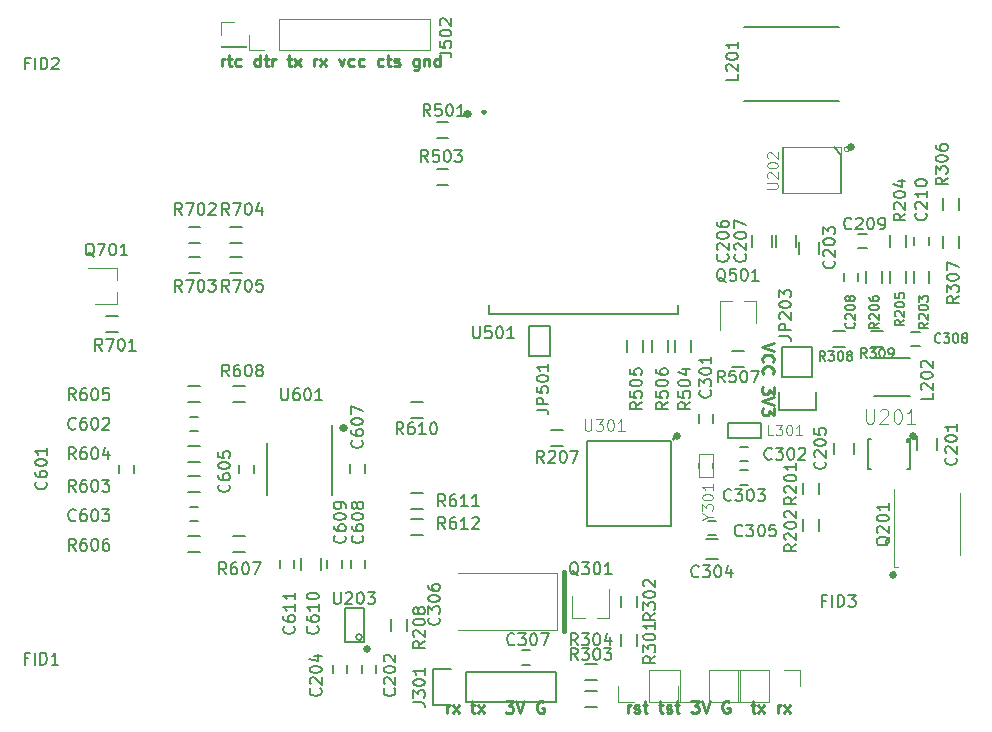
<source format=gto>
G04 #@! TF.FileFunction,Legend,Top*
%FSLAX46Y46*%
G04 Gerber Fmt 4.6, Leading zero omitted, Abs format (unit mm)*
G04 Created by KiCad (PCBNEW 4.0.7) date 2018 November 15, Thursday 00:25:11*
%MOMM*%
%LPD*%
G01*
G04 APERTURE LIST*
%ADD10C,0.050000*%
%ADD11C,0.500000*%
%ADD12C,0.400000*%
%ADD13C,0.250000*%
%ADD14C,0.300000*%
%ADD15C,0.150000*%
%ADD16C,0.127000*%
%ADD17C,0.120000*%
%ADD18C,0.200000*%
%ADD19C,0.066040*%
%ADD20C,0.152400*%
%ADD21C,0.101600*%
%ADD22C,0.121920*%
G04 APERTURE END LIST*
D10*
D11*
X26214286Y3500000D02*
X26309524Y3595239D01*
X26404762Y3500000D01*
X26309524Y3404762D01*
X26214286Y3500000D01*
X26404762Y3500000D01*
X70714286Y9750000D02*
X70809524Y9845239D01*
X70904762Y9750000D01*
X70809524Y9654762D01*
X70714286Y9750000D01*
X70904762Y9750000D01*
X72464286Y21500000D02*
X72559524Y21595239D01*
X72654762Y21500000D01*
X72559524Y21404762D01*
X72464286Y21500000D01*
X72654762Y21500000D01*
X67178086Y45955800D02*
X67273324Y46051039D01*
X67368562Y45955800D01*
X67273324Y45860562D01*
X67178086Y45955800D01*
X67368562Y45955800D01*
X34714286Y48750000D02*
X34809524Y48845239D01*
X34904762Y48750000D01*
X34809524Y48654762D01*
X34714286Y48750000D01*
X34904762Y48750000D01*
X52464286Y21500000D02*
X52559524Y21595239D01*
X52654762Y21500000D01*
X52559524Y21404762D01*
X52464286Y21500000D01*
X52654762Y21500000D01*
D12*
X43000000Y10000000D02*
X43000000Y5000000D01*
D13*
X33035713Y-1952381D02*
X33035713Y-1285714D01*
X33035713Y-1476190D02*
X33083332Y-1380952D01*
X33130951Y-1333333D01*
X33226189Y-1285714D01*
X33321428Y-1285714D01*
X33559523Y-1952381D02*
X34083333Y-1285714D01*
X33559523Y-1285714D02*
X34083333Y-1952381D01*
X35083333Y-1285714D02*
X35464285Y-1285714D01*
X35226190Y-952381D02*
X35226190Y-1809524D01*
X35273809Y-1904762D01*
X35369047Y-1952381D01*
X35464285Y-1952381D01*
X35702381Y-1952381D02*
X36226191Y-1285714D01*
X35702381Y-1285714D02*
X36226191Y-1952381D01*
X38035715Y-952381D02*
X38654763Y-952381D01*
X38321429Y-1333333D01*
X38464287Y-1333333D01*
X38559525Y-1380952D01*
X38607144Y-1428571D01*
X38654763Y-1523810D01*
X38654763Y-1761905D01*
X38607144Y-1857143D01*
X38559525Y-1904762D01*
X38464287Y-1952381D01*
X38178572Y-1952381D01*
X38083334Y-1904762D01*
X38035715Y-1857143D01*
X38940477Y-952381D02*
X39273810Y-1952381D01*
X39607144Y-952381D01*
X41226192Y-1000000D02*
X41130954Y-952381D01*
X40988097Y-952381D01*
X40845239Y-1000000D01*
X40750001Y-1095238D01*
X40702382Y-1190476D01*
X40654763Y-1380952D01*
X40654763Y-1523810D01*
X40702382Y-1714286D01*
X40750001Y-1809524D01*
X40845239Y-1904762D01*
X40988097Y-1952381D01*
X41083335Y-1952381D01*
X41226192Y-1904762D01*
X41273811Y-1857143D01*
X41273811Y-1523810D01*
X41083335Y-1523810D01*
X60757619Y29350238D02*
X59757619Y29016905D01*
X60757619Y28683571D01*
X59852857Y27778809D02*
X59805238Y27826428D01*
X59757619Y27969285D01*
X59757619Y28064523D01*
X59805238Y28207381D01*
X59900476Y28302619D01*
X59995714Y28350238D01*
X60186190Y28397857D01*
X60329048Y28397857D01*
X60519524Y28350238D01*
X60614762Y28302619D01*
X60710000Y28207381D01*
X60757619Y28064523D01*
X60757619Y27969285D01*
X60710000Y27826428D01*
X60662381Y27778809D01*
X59852857Y26778809D02*
X59805238Y26826428D01*
X59757619Y26969285D01*
X59757619Y27064523D01*
X59805238Y27207381D01*
X59900476Y27302619D01*
X59995714Y27350238D01*
X60186190Y27397857D01*
X60329048Y27397857D01*
X60519524Y27350238D01*
X60614762Y27302619D01*
X60710000Y27207381D01*
X60757619Y27064523D01*
X60757619Y26969285D01*
X60710000Y26826428D01*
X60662381Y26778809D01*
X60757619Y25683571D02*
X60757619Y25064523D01*
X60376667Y25397857D01*
X60376667Y25254999D01*
X60329048Y25159761D01*
X60281429Y25112142D01*
X60186190Y25064523D01*
X59948095Y25064523D01*
X59852857Y25112142D01*
X59805238Y25159761D01*
X59757619Y25254999D01*
X59757619Y25540714D01*
X59805238Y25635952D01*
X59852857Y25683571D01*
X60757619Y24778809D02*
X59757619Y24445476D01*
X60757619Y24112142D01*
X60757619Y23874047D02*
X60757619Y23254999D01*
X60376667Y23588333D01*
X60376667Y23445475D01*
X60329048Y23350237D01*
X60281429Y23302618D01*
X60186190Y23254999D01*
X59948095Y23254999D01*
X59852857Y23302618D01*
X59805238Y23350237D01*
X59757619Y23445475D01*
X59757619Y23731190D01*
X59805238Y23826428D01*
X59852857Y23874047D01*
X14011902Y52797619D02*
X14011902Y53464286D01*
X14011902Y53273810D02*
X14059521Y53369048D01*
X14107140Y53416667D01*
X14202378Y53464286D01*
X14297617Y53464286D01*
X14488093Y53464286D02*
X14869045Y53464286D01*
X14630950Y53797619D02*
X14630950Y52940476D01*
X14678569Y52845238D01*
X14773807Y52797619D01*
X14869045Y52797619D01*
X15630951Y52845238D02*
X15535713Y52797619D01*
X15345236Y52797619D01*
X15249998Y52845238D01*
X15202379Y52892857D01*
X15154760Y52988095D01*
X15154760Y53273810D01*
X15202379Y53369048D01*
X15249998Y53416667D01*
X15345236Y53464286D01*
X15535713Y53464286D01*
X15630951Y53416667D01*
X17249999Y52797619D02*
X17249999Y53797619D01*
X17249999Y52845238D02*
X17154761Y52797619D01*
X16964284Y52797619D01*
X16869046Y52845238D01*
X16821427Y52892857D01*
X16773808Y52988095D01*
X16773808Y53273810D01*
X16821427Y53369048D01*
X16869046Y53416667D01*
X16964284Y53464286D01*
X17154761Y53464286D01*
X17249999Y53416667D01*
X17583332Y53464286D02*
X17964284Y53464286D01*
X17726189Y53797619D02*
X17726189Y52940476D01*
X17773808Y52845238D01*
X17869046Y52797619D01*
X17964284Y52797619D01*
X18297618Y52797619D02*
X18297618Y53464286D01*
X18297618Y53273810D02*
X18345237Y53369048D01*
X18392856Y53416667D01*
X18488094Y53464286D01*
X18583333Y53464286D01*
X19535714Y53464286D02*
X19916666Y53464286D01*
X19678571Y53797619D02*
X19678571Y52940476D01*
X19726190Y52845238D01*
X19821428Y52797619D01*
X19916666Y52797619D01*
X20154762Y52797619D02*
X20678572Y53464286D01*
X20154762Y53464286D02*
X20678572Y52797619D01*
X21821429Y52797619D02*
X21821429Y53464286D01*
X21821429Y53273810D02*
X21869048Y53369048D01*
X21916667Y53416667D01*
X22011905Y53464286D01*
X22107144Y53464286D01*
X22345239Y52797619D02*
X22869049Y53464286D01*
X22345239Y53464286D02*
X22869049Y52797619D01*
X23916668Y53464286D02*
X24154763Y52797619D01*
X24392859Y53464286D01*
X25202383Y52845238D02*
X25107145Y52797619D01*
X24916668Y52797619D01*
X24821430Y52845238D01*
X24773811Y52892857D01*
X24726192Y52988095D01*
X24726192Y53273810D01*
X24773811Y53369048D01*
X24821430Y53416667D01*
X24916668Y53464286D01*
X25107145Y53464286D01*
X25202383Y53416667D01*
X26059526Y52845238D02*
X25964288Y52797619D01*
X25773811Y52797619D01*
X25678573Y52845238D01*
X25630954Y52892857D01*
X25583335Y52988095D01*
X25583335Y53273810D01*
X25630954Y53369048D01*
X25678573Y53416667D01*
X25773811Y53464286D01*
X25964288Y53464286D01*
X26059526Y53416667D01*
X27678574Y52845238D02*
X27583336Y52797619D01*
X27392859Y52797619D01*
X27297621Y52845238D01*
X27250002Y52892857D01*
X27202383Y52988095D01*
X27202383Y53273810D01*
X27250002Y53369048D01*
X27297621Y53416667D01*
X27392859Y53464286D01*
X27583336Y53464286D01*
X27678574Y53416667D01*
X27964288Y53464286D02*
X28345240Y53464286D01*
X28107145Y53797619D02*
X28107145Y52940476D01*
X28154764Y52845238D01*
X28250002Y52797619D01*
X28345240Y52797619D01*
X28630955Y52845238D02*
X28726193Y52797619D01*
X28916669Y52797619D01*
X29011908Y52845238D01*
X29059527Y52940476D01*
X29059527Y52988095D01*
X29011908Y53083333D01*
X28916669Y53130952D01*
X28773812Y53130952D01*
X28678574Y53178571D01*
X28630955Y53273810D01*
X28630955Y53321429D01*
X28678574Y53416667D01*
X28773812Y53464286D01*
X28916669Y53464286D01*
X29011908Y53416667D01*
X30678575Y53464286D02*
X30678575Y52654762D01*
X30630956Y52559524D01*
X30583337Y52511905D01*
X30488098Y52464286D01*
X30345241Y52464286D01*
X30250003Y52511905D01*
X30678575Y52845238D02*
X30583337Y52797619D01*
X30392860Y52797619D01*
X30297622Y52845238D01*
X30250003Y52892857D01*
X30202384Y52988095D01*
X30202384Y53273810D01*
X30250003Y53369048D01*
X30297622Y53416667D01*
X30392860Y53464286D01*
X30583337Y53464286D01*
X30678575Y53416667D01*
X31154765Y53464286D02*
X31154765Y52797619D01*
X31154765Y53369048D02*
X31202384Y53416667D01*
X31297622Y53464286D01*
X31440480Y53464286D01*
X31535718Y53416667D01*
X31583337Y53321429D01*
X31583337Y52797619D01*
X32488099Y52797619D02*
X32488099Y53797619D01*
X32488099Y52845238D02*
X32392861Y52797619D01*
X32202384Y52797619D01*
X32107146Y52845238D01*
X32059527Y52892857D01*
X32011908Y52988095D01*
X32011908Y53273810D01*
X32059527Y53369048D01*
X32107146Y53416667D01*
X32202384Y53464286D01*
X32392861Y53464286D01*
X32488099Y53416667D01*
X48376664Y-1947381D02*
X48376664Y-1280714D01*
X48376664Y-1471190D02*
X48424283Y-1375952D01*
X48471902Y-1328333D01*
X48567140Y-1280714D01*
X48662379Y-1280714D01*
X48948093Y-1899762D02*
X49043331Y-1947381D01*
X49233807Y-1947381D01*
X49329046Y-1899762D01*
X49376665Y-1804524D01*
X49376665Y-1756905D01*
X49329046Y-1661667D01*
X49233807Y-1614048D01*
X49090950Y-1614048D01*
X48995712Y-1566429D01*
X48948093Y-1471190D01*
X48948093Y-1423571D01*
X48995712Y-1328333D01*
X49090950Y-1280714D01*
X49233807Y-1280714D01*
X49329046Y-1328333D01*
X49662379Y-1280714D02*
X50043331Y-1280714D01*
X49805236Y-947381D02*
X49805236Y-1804524D01*
X49852855Y-1899762D01*
X49948093Y-1947381D01*
X50043331Y-1947381D01*
X50995713Y-1280714D02*
X51376665Y-1280714D01*
X51138570Y-947381D02*
X51138570Y-1804524D01*
X51186189Y-1899762D01*
X51281427Y-1947381D01*
X51376665Y-1947381D01*
X51662380Y-1899762D02*
X51757618Y-1947381D01*
X51948094Y-1947381D01*
X52043333Y-1899762D01*
X52090952Y-1804524D01*
X52090952Y-1756905D01*
X52043333Y-1661667D01*
X51948094Y-1614048D01*
X51805237Y-1614048D01*
X51709999Y-1566429D01*
X51662380Y-1471190D01*
X51662380Y-1423571D01*
X51709999Y-1328333D01*
X51805237Y-1280714D01*
X51948094Y-1280714D01*
X52043333Y-1328333D01*
X52376666Y-1280714D02*
X52757618Y-1280714D01*
X52519523Y-947381D02*
X52519523Y-1804524D01*
X52567142Y-1899762D01*
X52662380Y-1947381D01*
X52757618Y-1947381D01*
X53757619Y-947381D02*
X54376667Y-947381D01*
X54043333Y-1328333D01*
X54186191Y-1328333D01*
X54281429Y-1375952D01*
X54329048Y-1423571D01*
X54376667Y-1518810D01*
X54376667Y-1756905D01*
X54329048Y-1852143D01*
X54281429Y-1899762D01*
X54186191Y-1947381D01*
X53900476Y-1947381D01*
X53805238Y-1899762D01*
X53757619Y-1852143D01*
X54662381Y-947381D02*
X54995714Y-1947381D01*
X55329048Y-947381D01*
X56948096Y-995000D02*
X56852858Y-947381D01*
X56710001Y-947381D01*
X56567143Y-995000D01*
X56471905Y-1090238D01*
X56424286Y-1185476D01*
X56376667Y-1375952D01*
X56376667Y-1518810D01*
X56424286Y-1709286D01*
X56471905Y-1804524D01*
X56567143Y-1899762D01*
X56710001Y-1947381D01*
X56805239Y-1947381D01*
X56948096Y-1899762D01*
X56995715Y-1852143D01*
X56995715Y-1518810D01*
X56805239Y-1518810D01*
X58805239Y-1280714D02*
X59186191Y-1280714D01*
X58948096Y-947381D02*
X58948096Y-1804524D01*
X58995715Y-1899762D01*
X59090953Y-1947381D01*
X59186191Y-1947381D01*
X59424287Y-1947381D02*
X59948097Y-1280714D01*
X59424287Y-1280714D02*
X59948097Y-1947381D01*
X61090954Y-1947381D02*
X61090954Y-1280714D01*
X61090954Y-1471190D02*
X61138573Y-1375952D01*
X61186192Y-1328333D01*
X61281430Y-1280714D01*
X61376669Y-1280714D01*
X61614764Y-1947381D02*
X62138574Y-1280714D01*
X61614764Y-1280714D02*
X62138574Y-1947381D01*
D14*
X36210000Y48969286D02*
X36281428Y48897857D01*
X36210000Y48826429D01*
X36138571Y48897857D01*
X36210000Y48969286D01*
X36210000Y48826429D01*
X70890000Y9919286D02*
X70961428Y9847857D01*
X70890000Y9776429D01*
X70818571Y9847857D01*
X70890000Y9919286D01*
X70890000Y9776429D01*
D11*
X24209286Y22210000D02*
X24304524Y22305239D01*
X24399762Y22210000D01*
X24304524Y22114762D01*
X24209286Y22210000D01*
X24399762Y22210000D01*
D14*
X67210000Y45969286D02*
X67281428Y45897857D01*
X67210000Y45826429D01*
X67138571Y45897857D01*
X67210000Y45969286D01*
X67210000Y45826429D01*
X72710000Y21469286D02*
X72781428Y21397857D01*
X72710000Y21326429D01*
X72638571Y21397857D01*
X72710000Y21469286D01*
X72710000Y21326429D01*
D15*
X54400000Y22650000D02*
X54400000Y23350000D01*
X55600000Y23350000D02*
X55600000Y22650000D01*
X57900000Y20600000D02*
X58600000Y20600000D01*
X58600000Y19400000D02*
X57900000Y19400000D01*
X57900000Y18600000D02*
X58600000Y18600000D01*
X58600000Y17400000D02*
X57900000Y17400000D01*
X55850000Y13105000D02*
X55150000Y13105000D01*
X55150000Y14305000D02*
X55850000Y14305000D01*
X39400000Y3350000D02*
X40100000Y3350000D01*
X40100000Y2150000D02*
X39400000Y2150000D01*
X72400000Y30350000D02*
X73100000Y30350000D01*
X73100000Y29150000D02*
X72400000Y29150000D01*
X6540000Y19040000D02*
X6540000Y18340000D01*
X5340000Y18340000D02*
X5340000Y19040000D01*
X11305000Y23100000D02*
X12005000Y23100000D01*
X12005000Y21900000D02*
X11305000Y21900000D01*
X11305000Y15480000D02*
X12005000Y15480000D01*
X12005000Y14280000D02*
X11305000Y14280000D01*
X15500000Y18340000D02*
X15500000Y19040000D01*
X16700000Y19040000D02*
X16700000Y18340000D01*
X24900000Y18400000D02*
X24900000Y19100000D01*
X26100000Y19100000D02*
X26100000Y18400000D01*
X26145000Y11040000D02*
X26145000Y10340000D01*
X24945000Y10340000D02*
X24945000Y11040000D01*
X22945000Y10340000D02*
X22945000Y11040000D01*
X24145000Y11040000D02*
X24145000Y10340000D01*
X18945000Y10340000D02*
X18945000Y11040000D01*
X20145000Y11040000D02*
X20145000Y10340000D01*
X61480000Y26520000D02*
X61480000Y29060000D01*
X61200000Y23700000D02*
X61200000Y25250000D01*
X61480000Y26520000D02*
X64020000Y26520000D01*
X64300000Y25250000D02*
X64300000Y23700000D01*
X64300000Y23700000D02*
X61200000Y23700000D01*
X64020000Y26520000D02*
X64020000Y29060000D01*
X64020000Y29060000D02*
X61480000Y29060000D01*
D16*
X56865000Y22635000D02*
X59659000Y22635000D01*
X59659000Y22635000D02*
X59659000Y21365000D01*
X59659000Y21365000D02*
X56865000Y21365000D01*
X56865000Y21365000D02*
X56865000Y22635000D01*
D17*
X60330000Y1660000D02*
X57730000Y1660000D01*
X57730000Y1660000D02*
X57730000Y-1000000D01*
X57730000Y-1000000D02*
X60330000Y-1000000D01*
X60330000Y-1000000D02*
X60330000Y1660000D01*
X61600000Y1660000D02*
X62930000Y1660000D01*
X62930000Y1660000D02*
X62930000Y330000D01*
X50170000Y-1000000D02*
X52770000Y-1000000D01*
X52770000Y-1000000D02*
X52770000Y1660000D01*
X52770000Y1660000D02*
X50170000Y1660000D01*
X50170000Y1660000D02*
X50170000Y-1000000D01*
X48900000Y-1000000D02*
X47570000Y-1000000D01*
X47570000Y-1000000D02*
X47570000Y330000D01*
D15*
X64565000Y17555000D02*
X64565000Y16555000D01*
X63215000Y16555000D02*
X63215000Y17555000D01*
X64565000Y14455000D02*
X64565000Y13455000D01*
X63215000Y13455000D02*
X63215000Y14455000D01*
X72575000Y34500000D02*
X72575000Y35500000D01*
X73925000Y35500000D02*
X73925000Y34500000D01*
X70575000Y37500000D02*
X70575000Y38500000D01*
X71925000Y38500000D02*
X71925000Y37500000D01*
X71925000Y35500000D02*
X71925000Y34500000D01*
X70575000Y34500000D02*
X70575000Y35500000D01*
X49165000Y4705000D02*
X49165000Y3705000D01*
X47815000Y3705000D02*
X47815000Y4705000D01*
X76415000Y41655000D02*
X76415000Y40655000D01*
X75065000Y40655000D02*
X75065000Y41655000D01*
X75065000Y37455000D02*
X75065000Y38455000D01*
X76415000Y38455000D02*
X76415000Y37455000D01*
X66750000Y29075000D02*
X65750000Y29075000D01*
X65750000Y30425000D02*
X66750000Y30425000D01*
X70000000Y29075000D02*
X69000000Y29075000D01*
X69000000Y30425000D02*
X70000000Y30425000D01*
X33190000Y46780000D02*
X32190000Y46780000D01*
X32190000Y48130000D02*
X33190000Y48130000D01*
X11155000Y18095000D02*
X12155000Y18095000D01*
X12155000Y16745000D02*
X11155000Y16745000D01*
X11155000Y20635000D02*
X12155000Y20635000D01*
X12155000Y19285000D02*
X11155000Y19285000D01*
X11155000Y25715000D02*
X12155000Y25715000D01*
X12155000Y24365000D02*
X11155000Y24365000D01*
X11155000Y13015000D02*
X12155000Y13015000D01*
X12155000Y11665000D02*
X11155000Y11665000D01*
X14965000Y13015000D02*
X15965000Y13015000D01*
X15965000Y11665000D02*
X14965000Y11665000D01*
X14965000Y25715000D02*
X15965000Y25715000D01*
X15965000Y24365000D02*
X14965000Y24365000D01*
X30045000Y24365000D02*
X31045000Y24365000D01*
X31045000Y23015000D02*
X30045000Y23015000D01*
X30045000Y16685000D02*
X31045000Y16685000D01*
X31045000Y15335000D02*
X30045000Y15335000D01*
X30045000Y14485000D02*
X31045000Y14485000D01*
X31045000Y13135000D02*
X30045000Y13135000D01*
X4200000Y31675000D02*
X5200000Y31675000D01*
X5200000Y30325000D02*
X4200000Y30325000D01*
X11200000Y39175000D02*
X12200000Y39175000D01*
X12200000Y37825000D02*
X11200000Y37825000D01*
X12200000Y35325000D02*
X11200000Y35325000D01*
X11200000Y36675000D02*
X12200000Y36675000D01*
X14700000Y39175000D02*
X15700000Y39175000D01*
X15700000Y37825000D02*
X14700000Y37825000D01*
X15700000Y35325000D02*
X14700000Y35325000D01*
X14700000Y36675000D02*
X15700000Y36675000D01*
D16*
X44925000Y21075000D02*
X52075000Y21075000D01*
X52075000Y21075000D02*
X52075000Y13925000D01*
X52075000Y13925000D02*
X44925000Y13925000D01*
X44925000Y13925000D02*
X44925000Y21075000D01*
D18*
X52350000Y21250000D02*
G75*
G03X52350000Y21250000I-100000J0D01*
G01*
D15*
X17820000Y20890000D02*
X17820000Y16490000D01*
X23345000Y22465000D02*
X23345000Y16490000D01*
D19*
X54400560Y19998220D02*
X54400560Y18001780D01*
X54400560Y18001780D02*
X55599440Y18001780D01*
X55599440Y19998220D02*
X55599440Y18001780D01*
X54400560Y19998220D02*
X55599440Y19998220D01*
D16*
X55599440Y19198120D02*
X55599440Y18801880D01*
X55599440Y19198120D02*
X55599440Y18801880D01*
X54400560Y19198120D02*
X54400560Y18801880D01*
D17*
X55250000Y-1000000D02*
X57850000Y-1000000D01*
X57850000Y-1000000D02*
X57850000Y1660000D01*
X57850000Y1660000D02*
X55250000Y1660000D01*
X55250000Y1660000D02*
X55250000Y-1000000D01*
X53980000Y-1000000D02*
X52650000Y-1000000D01*
X52650000Y-1000000D02*
X52650000Y330000D01*
D15*
X66650000Y34650000D02*
X66650000Y35350000D01*
X67850000Y35350000D02*
X67850000Y34650000D01*
X68600000Y37400000D02*
X67900000Y37400000D01*
X67900000Y38600000D02*
X68600000Y38600000D01*
X72650000Y37650000D02*
X72650000Y38350000D01*
X73850000Y38350000D02*
X73850000Y37650000D01*
X66250000Y49900000D02*
X58250000Y49900000D01*
X66250000Y56100000D02*
X58250000Y56100000D01*
X72250000Y24900000D02*
X69250000Y24900000D01*
X72250000Y28100000D02*
X69250000Y28100000D01*
X69925000Y35500000D02*
X69925000Y34500000D01*
X68575000Y34500000D02*
X68575000Y35500000D01*
D19*
X66463800Y45955800D02*
X61536200Y45955800D01*
X61536200Y45955800D02*
X61536200Y42044200D01*
X66463800Y42044200D02*
X61536200Y42044200D01*
X66463800Y45955800D02*
X66463800Y42044200D01*
D16*
X61536200Y42044200D02*
X61536200Y45955800D01*
X65826260Y45955800D02*
X66463800Y45318260D01*
X66463800Y45318260D02*
X66463800Y42044200D01*
D10*
X67136526Y45778000D02*
G75*
G03X67136526Y45778000I-215526J0D01*
G01*
D17*
X31640000Y54170000D02*
X31640000Y56830000D01*
X18880000Y54170000D02*
X31640000Y54170000D01*
X18880000Y56830000D02*
X31640000Y56830000D01*
X18880000Y54170000D02*
X18880000Y56830000D01*
X17610000Y54170000D02*
X16280000Y54170000D01*
X16280000Y54170000D02*
X16280000Y55500000D01*
D15*
X33190000Y42780000D02*
X32190000Y42780000D01*
X32190000Y44130000D02*
X33190000Y44130000D01*
X53765000Y29655000D02*
X53765000Y28655000D01*
X52415000Y28655000D02*
X52415000Y29655000D01*
X49665000Y29645000D02*
X49665000Y28645000D01*
X48315000Y28645000D02*
X48315000Y29645000D01*
X51760000Y29645000D02*
X51760000Y28645000D01*
X50410000Y28645000D02*
X50410000Y29645000D01*
D20*
X36674000Y32596000D02*
X36674000Y31834000D01*
X36674000Y31834000D02*
X52676000Y31834000D01*
X52676000Y31834000D02*
X52676000Y32596000D01*
D15*
X41829000Y28300000D02*
X41829000Y30840000D01*
X40051000Y30840000D02*
X40051000Y28300000D01*
X40051000Y30840000D02*
X41829000Y30840000D01*
X41829000Y28300000D02*
X40051000Y28300000D01*
D17*
X70890000Y10455000D02*
X71290000Y10455000D01*
X70890000Y17055000D02*
X70890000Y10455000D01*
X76490000Y16655000D02*
X76490000Y11455000D01*
D16*
X72250000Y18750000D02*
X72250000Y21000000D01*
X72250000Y21000000D02*
X72250000Y21250000D01*
X72250000Y21250000D02*
X72020000Y21250000D01*
X68980000Y21250000D02*
X68750000Y21250000D01*
X68730000Y21250000D02*
X68730000Y18750000D01*
X68730000Y18750000D02*
X68960000Y18750000D01*
X72020000Y18750000D02*
X72250000Y18750000D01*
X72250000Y21000000D02*
X72000000Y21000000D01*
X72000000Y21250000D02*
X72000000Y21000000D01*
X72250000Y21100000D02*
X72000000Y21100000D01*
X72250000Y21200000D02*
X72000000Y21200000D01*
D17*
X44750000Y6110000D02*
X43700000Y6110000D01*
X43700000Y6110000D02*
X43700000Y7960000D01*
X46750000Y6110000D02*
X45750000Y6110000D01*
X46760000Y6130000D02*
X46760000Y8560000D01*
X58210000Y32955000D02*
X59260000Y32955000D01*
X59260000Y32955000D02*
X59260000Y31105000D01*
X56210000Y32955000D02*
X57210000Y32955000D01*
X56200000Y32935000D02*
X56200000Y30505000D01*
X5145000Y33710000D02*
X5145000Y32660000D01*
X5145000Y32660000D02*
X3295000Y32660000D01*
X5145000Y35710000D02*
X5145000Y34710000D01*
X5125000Y35720000D02*
X2695000Y35720000D01*
D15*
X74540000Y20305000D02*
X74540000Y21305000D01*
X72840000Y21305000D02*
X72840000Y20305000D01*
X64600000Y36955000D02*
X64600000Y37955000D01*
X62900000Y37955000D02*
X62900000Y36955000D01*
X67540000Y19955000D02*
X67540000Y20955000D01*
X65840000Y20955000D02*
X65840000Y19955000D01*
X60600000Y37500000D02*
X60600000Y38500000D01*
X58900000Y38500000D02*
X58900000Y37500000D01*
X62600000Y37500000D02*
X62600000Y38500000D01*
X60900000Y38500000D02*
X60900000Y37500000D01*
X55000000Y11105000D02*
X56000000Y11105000D01*
X56000000Y12805000D02*
X55000000Y12805000D01*
D17*
X42385000Y5105000D02*
X33985000Y5105000D01*
X42385000Y9905000D02*
X33985000Y9905000D01*
X42385000Y5105000D02*
X42385000Y9905000D01*
D15*
X20695000Y11190000D02*
X20695000Y10190000D01*
X22395000Y10190000D02*
X22395000Y11190000D01*
X41860000Y21980000D02*
X42860000Y21980000D01*
X42860000Y20630000D02*
X41860000Y20630000D01*
X47825000Y7000000D02*
X47825000Y8000000D01*
X49175000Y8000000D02*
X49175000Y7000000D01*
X57210000Y28680000D02*
X58210000Y28680000D01*
X58210000Y27330000D02*
X57210000Y27330000D01*
X34690000Y-1020000D02*
X42310000Y-1020000D01*
X34690000Y1520000D02*
X42310000Y1520000D01*
X31870000Y1800000D02*
X33420000Y1800000D01*
X42310000Y-1020000D02*
X42310000Y1520000D01*
X34690000Y1520000D02*
X34690000Y-1020000D01*
X33420000Y-1300000D02*
X31870000Y-1300000D01*
X31870000Y-1300000D02*
X31870000Y1800000D01*
D17*
X13940000Y54500000D02*
X13940000Y54440000D01*
X13940000Y54440000D02*
X16060000Y54440000D01*
X16060000Y54440000D02*
X16060000Y54500000D01*
X16060000Y54500000D02*
X13940000Y54500000D01*
X13940000Y55500000D02*
X13940000Y56560000D01*
X13940000Y56560000D02*
X15000000Y56560000D01*
D15*
X44750000Y-75000D02*
X45750000Y-75000D01*
X45750000Y-1425000D02*
X44750000Y-1425000D01*
X44750000Y2175000D02*
X45750000Y2175000D01*
X45750000Y825000D02*
X44750000Y825000D01*
X27100000Y2100000D02*
X27100000Y1400000D01*
X25900000Y1400000D02*
X25900000Y2100000D01*
X24600000Y2100000D02*
X24600000Y1400000D01*
X23400000Y1400000D02*
X23400000Y2100000D01*
X29675000Y6000000D02*
X29675000Y5000000D01*
X28325000Y5000000D02*
X28325000Y6000000D01*
D16*
X24450000Y4050000D02*
X26050000Y4050000D01*
X26050000Y4050000D02*
X26050000Y6950000D01*
X26050000Y6950000D02*
X24450000Y6950000D01*
X24450000Y6950000D02*
X24450000Y4050000D01*
X25885000Y4484000D02*
G75*
G03X25885000Y4484000I-254000J0D01*
G01*
D15*
X65138572Y7576429D02*
X64805238Y7576429D01*
X64805238Y7052619D02*
X64805238Y8052619D01*
X65281429Y8052619D01*
X65662381Y7052619D02*
X65662381Y8052619D01*
X66138571Y7052619D02*
X66138571Y8052619D01*
X66376666Y8052619D01*
X66519524Y8005000D01*
X66614762Y7909762D01*
X66662381Y7814524D01*
X66710000Y7624048D01*
X66710000Y7481190D01*
X66662381Y7290714D01*
X66614762Y7195476D01*
X66519524Y7100238D01*
X66376666Y7052619D01*
X66138571Y7052619D01*
X67043333Y8052619D02*
X67662381Y8052619D01*
X67329047Y7671667D01*
X67471905Y7671667D01*
X67567143Y7624048D01*
X67614762Y7576429D01*
X67662381Y7481190D01*
X67662381Y7243095D01*
X67614762Y7147857D01*
X67567143Y7100238D01*
X67471905Y7052619D01*
X67186190Y7052619D01*
X67090952Y7100238D01*
X67043333Y7147857D01*
X-2321428Y53071429D02*
X-2654762Y53071429D01*
X-2654762Y52547619D02*
X-2654762Y53547619D01*
X-2178571Y53547619D01*
X-1797619Y52547619D02*
X-1797619Y53547619D01*
X-1321429Y52547619D02*
X-1321429Y53547619D01*
X-1083334Y53547619D01*
X-940476Y53500000D01*
X-845238Y53404762D01*
X-797619Y53309524D01*
X-750000Y53119048D01*
X-750000Y52976190D01*
X-797619Y52785714D01*
X-845238Y52690476D01*
X-940476Y52595238D01*
X-1083334Y52547619D01*
X-1321429Y52547619D01*
X-369048Y53452381D02*
X-321429Y53500000D01*
X-226191Y53547619D01*
X11905Y53547619D01*
X107143Y53500000D01*
X154762Y53452381D01*
X202381Y53357143D01*
X202381Y53261905D01*
X154762Y53119048D01*
X-416667Y52547619D01*
X202381Y52547619D01*
X55357143Y25380953D02*
X55404762Y25333334D01*
X55452381Y25190477D01*
X55452381Y25095239D01*
X55404762Y24952381D01*
X55309524Y24857143D01*
X55214286Y24809524D01*
X55023810Y24761905D01*
X54880952Y24761905D01*
X54690476Y24809524D01*
X54595238Y24857143D01*
X54500000Y24952381D01*
X54452381Y25095239D01*
X54452381Y25190477D01*
X54500000Y25333334D01*
X54547619Y25380953D01*
X54452381Y25714286D02*
X54452381Y26333334D01*
X54833333Y26000000D01*
X54833333Y26142858D01*
X54880952Y26238096D01*
X54928571Y26285715D01*
X55023810Y26333334D01*
X55261905Y26333334D01*
X55357143Y26285715D01*
X55404762Y26238096D01*
X55452381Y26142858D01*
X55452381Y25857143D01*
X55404762Y25761905D01*
X55357143Y25714286D01*
X54452381Y26952381D02*
X54452381Y27047620D01*
X54500000Y27142858D01*
X54547619Y27190477D01*
X54642857Y27238096D01*
X54833333Y27285715D01*
X55071429Y27285715D01*
X55261905Y27238096D01*
X55357143Y27190477D01*
X55404762Y27142858D01*
X55452381Y27047620D01*
X55452381Y26952381D01*
X55404762Y26857143D01*
X55357143Y26809524D01*
X55261905Y26761905D01*
X55071429Y26714286D01*
X54833333Y26714286D01*
X54642857Y26761905D01*
X54547619Y26809524D01*
X54500000Y26857143D01*
X54452381Y26952381D01*
X55452381Y28238096D02*
X55452381Y27666667D01*
X55452381Y27952381D02*
X54452381Y27952381D01*
X54595238Y27857143D01*
X54690476Y27761905D01*
X54738095Y27666667D01*
X60570953Y19597857D02*
X60523334Y19550238D01*
X60380477Y19502619D01*
X60285239Y19502619D01*
X60142381Y19550238D01*
X60047143Y19645476D01*
X59999524Y19740714D01*
X59951905Y19931190D01*
X59951905Y20074048D01*
X59999524Y20264524D01*
X60047143Y20359762D01*
X60142381Y20455000D01*
X60285239Y20502619D01*
X60380477Y20502619D01*
X60523334Y20455000D01*
X60570953Y20407381D01*
X60904286Y20502619D02*
X61523334Y20502619D01*
X61190000Y20121667D01*
X61332858Y20121667D01*
X61428096Y20074048D01*
X61475715Y20026429D01*
X61523334Y19931190D01*
X61523334Y19693095D01*
X61475715Y19597857D01*
X61428096Y19550238D01*
X61332858Y19502619D01*
X61047143Y19502619D01*
X60951905Y19550238D01*
X60904286Y19597857D01*
X62142381Y20502619D02*
X62237620Y20502619D01*
X62332858Y20455000D01*
X62380477Y20407381D01*
X62428096Y20312143D01*
X62475715Y20121667D01*
X62475715Y19883571D01*
X62428096Y19693095D01*
X62380477Y19597857D01*
X62332858Y19550238D01*
X62237620Y19502619D01*
X62142381Y19502619D01*
X62047143Y19550238D01*
X61999524Y19597857D01*
X61951905Y19693095D01*
X61904286Y19883571D01*
X61904286Y20121667D01*
X61951905Y20312143D01*
X61999524Y20407381D01*
X62047143Y20455000D01*
X62142381Y20502619D01*
X62856667Y20407381D02*
X62904286Y20455000D01*
X62999524Y20502619D01*
X63237620Y20502619D01*
X63332858Y20455000D01*
X63380477Y20407381D01*
X63428096Y20312143D01*
X63428096Y20216905D01*
X63380477Y20074048D01*
X62809048Y19502619D01*
X63428096Y19502619D01*
X57130953Y16097857D02*
X57083334Y16050238D01*
X56940477Y16002619D01*
X56845239Y16002619D01*
X56702381Y16050238D01*
X56607143Y16145476D01*
X56559524Y16240714D01*
X56511905Y16431190D01*
X56511905Y16574048D01*
X56559524Y16764524D01*
X56607143Y16859762D01*
X56702381Y16955000D01*
X56845239Y17002619D01*
X56940477Y17002619D01*
X57083334Y16955000D01*
X57130953Y16907381D01*
X57464286Y17002619D02*
X58083334Y17002619D01*
X57750000Y16621667D01*
X57892858Y16621667D01*
X57988096Y16574048D01*
X58035715Y16526429D01*
X58083334Y16431190D01*
X58083334Y16193095D01*
X58035715Y16097857D01*
X57988096Y16050238D01*
X57892858Y16002619D01*
X57607143Y16002619D01*
X57511905Y16050238D01*
X57464286Y16097857D01*
X58702381Y17002619D02*
X58797620Y17002619D01*
X58892858Y16955000D01*
X58940477Y16907381D01*
X58988096Y16812143D01*
X59035715Y16621667D01*
X59035715Y16383571D01*
X58988096Y16193095D01*
X58940477Y16097857D01*
X58892858Y16050238D01*
X58797620Y16002619D01*
X58702381Y16002619D01*
X58607143Y16050238D01*
X58559524Y16097857D01*
X58511905Y16193095D01*
X58464286Y16383571D01*
X58464286Y16621667D01*
X58511905Y16812143D01*
X58559524Y16907381D01*
X58607143Y16955000D01*
X58702381Y17002619D01*
X59369048Y17002619D02*
X59988096Y17002619D01*
X59654762Y16621667D01*
X59797620Y16621667D01*
X59892858Y16574048D01*
X59940477Y16526429D01*
X59988096Y16431190D01*
X59988096Y16193095D01*
X59940477Y16097857D01*
X59892858Y16050238D01*
X59797620Y16002619D01*
X59511905Y16002619D01*
X59416667Y16050238D01*
X59369048Y16097857D01*
X58070953Y13097857D02*
X58023334Y13050238D01*
X57880477Y13002619D01*
X57785239Y13002619D01*
X57642381Y13050238D01*
X57547143Y13145476D01*
X57499524Y13240714D01*
X57451905Y13431190D01*
X57451905Y13574048D01*
X57499524Y13764524D01*
X57547143Y13859762D01*
X57642381Y13955000D01*
X57785239Y14002619D01*
X57880477Y14002619D01*
X58023334Y13955000D01*
X58070953Y13907381D01*
X58404286Y14002619D02*
X59023334Y14002619D01*
X58690000Y13621667D01*
X58832858Y13621667D01*
X58928096Y13574048D01*
X58975715Y13526429D01*
X59023334Y13431190D01*
X59023334Y13193095D01*
X58975715Y13097857D01*
X58928096Y13050238D01*
X58832858Y13002619D01*
X58547143Y13002619D01*
X58451905Y13050238D01*
X58404286Y13097857D01*
X59642381Y14002619D02*
X59737620Y14002619D01*
X59832858Y13955000D01*
X59880477Y13907381D01*
X59928096Y13812143D01*
X59975715Y13621667D01*
X59975715Y13383571D01*
X59928096Y13193095D01*
X59880477Y13097857D01*
X59832858Y13050238D01*
X59737620Y13002619D01*
X59642381Y13002619D01*
X59547143Y13050238D01*
X59499524Y13097857D01*
X59451905Y13193095D01*
X59404286Y13383571D01*
X59404286Y13621667D01*
X59451905Y13812143D01*
X59499524Y13907381D01*
X59547143Y13955000D01*
X59642381Y14002619D01*
X60880477Y14002619D02*
X60404286Y14002619D01*
X60356667Y13526429D01*
X60404286Y13574048D01*
X60499524Y13621667D01*
X60737620Y13621667D01*
X60832858Y13574048D01*
X60880477Y13526429D01*
X60928096Y13431190D01*
X60928096Y13193095D01*
X60880477Y13097857D01*
X60832858Y13050238D01*
X60737620Y13002619D01*
X60499524Y13002619D01*
X60404286Y13050238D01*
X60356667Y13097857D01*
X38780953Y3892857D02*
X38733334Y3845238D01*
X38590477Y3797619D01*
X38495239Y3797619D01*
X38352381Y3845238D01*
X38257143Y3940476D01*
X38209524Y4035714D01*
X38161905Y4226190D01*
X38161905Y4369048D01*
X38209524Y4559524D01*
X38257143Y4654762D01*
X38352381Y4750000D01*
X38495239Y4797619D01*
X38590477Y4797619D01*
X38733334Y4750000D01*
X38780953Y4702381D01*
X39114286Y4797619D02*
X39733334Y4797619D01*
X39400000Y4416667D01*
X39542858Y4416667D01*
X39638096Y4369048D01*
X39685715Y4321429D01*
X39733334Y4226190D01*
X39733334Y3988095D01*
X39685715Y3892857D01*
X39638096Y3845238D01*
X39542858Y3797619D01*
X39257143Y3797619D01*
X39161905Y3845238D01*
X39114286Y3892857D01*
X40352381Y4797619D02*
X40447620Y4797619D01*
X40542858Y4750000D01*
X40590477Y4702381D01*
X40638096Y4607143D01*
X40685715Y4416667D01*
X40685715Y4178571D01*
X40638096Y3988095D01*
X40590477Y3892857D01*
X40542858Y3845238D01*
X40447620Y3797619D01*
X40352381Y3797619D01*
X40257143Y3845238D01*
X40209524Y3892857D01*
X40161905Y3988095D01*
X40114286Y4178571D01*
X40114286Y4416667D01*
X40161905Y4607143D01*
X40209524Y4702381D01*
X40257143Y4750000D01*
X40352381Y4797619D01*
X41019048Y4797619D02*
X41685715Y4797619D01*
X41257143Y3797619D01*
X74854762Y29464286D02*
X74816667Y29426190D01*
X74702381Y29388095D01*
X74626191Y29388095D01*
X74511905Y29426190D01*
X74435714Y29502381D01*
X74397619Y29578571D01*
X74359524Y29730952D01*
X74359524Y29845238D01*
X74397619Y29997619D01*
X74435714Y30073810D01*
X74511905Y30150000D01*
X74626191Y30188095D01*
X74702381Y30188095D01*
X74816667Y30150000D01*
X74854762Y30111905D01*
X75121429Y30188095D02*
X75616667Y30188095D01*
X75350000Y29883333D01*
X75464286Y29883333D01*
X75540476Y29845238D01*
X75578572Y29807143D01*
X75616667Y29730952D01*
X75616667Y29540476D01*
X75578572Y29464286D01*
X75540476Y29426190D01*
X75464286Y29388095D01*
X75235714Y29388095D01*
X75159524Y29426190D01*
X75121429Y29464286D01*
X76111905Y30188095D02*
X76188096Y30188095D01*
X76264286Y30150000D01*
X76302381Y30111905D01*
X76340477Y30035714D01*
X76378572Y29883333D01*
X76378572Y29692857D01*
X76340477Y29540476D01*
X76302381Y29464286D01*
X76264286Y29426190D01*
X76188096Y29388095D01*
X76111905Y29388095D01*
X76035715Y29426190D01*
X75997619Y29464286D01*
X75959524Y29540476D01*
X75921429Y29692857D01*
X75921429Y29883333D01*
X75959524Y30035714D01*
X75997619Y30111905D01*
X76035715Y30150000D01*
X76111905Y30188095D01*
X76835715Y29845238D02*
X76759524Y29883333D01*
X76721429Y29921429D01*
X76683334Y29997619D01*
X76683334Y30035714D01*
X76721429Y30111905D01*
X76759524Y30150000D01*
X76835715Y30188095D01*
X76988096Y30188095D01*
X77064286Y30150000D01*
X77102382Y30111905D01*
X77140477Y30035714D01*
X77140477Y29997619D01*
X77102382Y29921429D01*
X77064286Y29883333D01*
X76988096Y29845238D01*
X76835715Y29845238D01*
X76759524Y29807143D01*
X76721429Y29769048D01*
X76683334Y29692857D01*
X76683334Y29540476D01*
X76721429Y29464286D01*
X76759524Y29426190D01*
X76835715Y29388095D01*
X76988096Y29388095D01*
X77064286Y29426190D01*
X77102382Y29464286D01*
X77140477Y29540476D01*
X77140477Y29692857D01*
X77102382Y29769048D01*
X77064286Y29807143D01*
X76988096Y29845238D01*
X-892857Y17630953D02*
X-845238Y17583334D01*
X-797619Y17440477D01*
X-797619Y17345239D01*
X-845238Y17202381D01*
X-940476Y17107143D01*
X-1035714Y17059524D01*
X-1226190Y17011905D01*
X-1369048Y17011905D01*
X-1559524Y17059524D01*
X-1654762Y17107143D01*
X-1750000Y17202381D01*
X-1797619Y17345239D01*
X-1797619Y17440477D01*
X-1750000Y17583334D01*
X-1702381Y17630953D01*
X-1797619Y18488096D02*
X-1797619Y18297619D01*
X-1750000Y18202381D01*
X-1702381Y18154762D01*
X-1559524Y18059524D01*
X-1369048Y18011905D01*
X-988095Y18011905D01*
X-892857Y18059524D01*
X-845238Y18107143D01*
X-797619Y18202381D01*
X-797619Y18392858D01*
X-845238Y18488096D01*
X-892857Y18535715D01*
X-988095Y18583334D01*
X-1226190Y18583334D01*
X-1321429Y18535715D01*
X-1369048Y18488096D01*
X-1416667Y18392858D01*
X-1416667Y18202381D01*
X-1369048Y18107143D01*
X-1321429Y18059524D01*
X-1226190Y18011905D01*
X-1797619Y19202381D02*
X-1797619Y19297620D01*
X-1750000Y19392858D01*
X-1702381Y19440477D01*
X-1607143Y19488096D01*
X-1416667Y19535715D01*
X-1178571Y19535715D01*
X-988095Y19488096D01*
X-892857Y19440477D01*
X-845238Y19392858D01*
X-797619Y19297620D01*
X-797619Y19202381D01*
X-845238Y19107143D01*
X-892857Y19059524D01*
X-988095Y19011905D01*
X-1178571Y18964286D01*
X-1416667Y18964286D01*
X-1607143Y19011905D01*
X-1702381Y19059524D01*
X-1750000Y19107143D01*
X-1797619Y19202381D01*
X-797619Y20488096D02*
X-797619Y19916667D01*
X-797619Y20202381D02*
X-1797619Y20202381D01*
X-1654762Y20107143D01*
X-1559524Y20011905D01*
X-1511905Y19916667D01*
X1630953Y22142857D02*
X1583334Y22095238D01*
X1440477Y22047619D01*
X1345239Y22047619D01*
X1202381Y22095238D01*
X1107143Y22190476D01*
X1059524Y22285714D01*
X1011905Y22476190D01*
X1011905Y22619048D01*
X1059524Y22809524D01*
X1107143Y22904762D01*
X1202381Y23000000D01*
X1345239Y23047619D01*
X1440477Y23047619D01*
X1583334Y23000000D01*
X1630953Y22952381D01*
X2488096Y23047619D02*
X2297619Y23047619D01*
X2202381Y23000000D01*
X2154762Y22952381D01*
X2059524Y22809524D01*
X2011905Y22619048D01*
X2011905Y22238095D01*
X2059524Y22142857D01*
X2107143Y22095238D01*
X2202381Y22047619D01*
X2392858Y22047619D01*
X2488096Y22095238D01*
X2535715Y22142857D01*
X2583334Y22238095D01*
X2583334Y22476190D01*
X2535715Y22571429D01*
X2488096Y22619048D01*
X2392858Y22666667D01*
X2202381Y22666667D01*
X2107143Y22619048D01*
X2059524Y22571429D01*
X2011905Y22476190D01*
X3202381Y23047619D02*
X3297620Y23047619D01*
X3392858Y23000000D01*
X3440477Y22952381D01*
X3488096Y22857143D01*
X3535715Y22666667D01*
X3535715Y22428571D01*
X3488096Y22238095D01*
X3440477Y22142857D01*
X3392858Y22095238D01*
X3297620Y22047619D01*
X3202381Y22047619D01*
X3107143Y22095238D01*
X3059524Y22142857D01*
X3011905Y22238095D01*
X2964286Y22428571D01*
X2964286Y22666667D01*
X3011905Y22857143D01*
X3059524Y22952381D01*
X3107143Y23000000D01*
X3202381Y23047619D01*
X3916667Y22952381D02*
X3964286Y23000000D01*
X4059524Y23047619D01*
X4297620Y23047619D01*
X4392858Y23000000D01*
X4440477Y22952381D01*
X4488096Y22857143D01*
X4488096Y22761905D01*
X4440477Y22619048D01*
X3869048Y22047619D01*
X4488096Y22047619D01*
X1630953Y14392857D02*
X1583334Y14345238D01*
X1440477Y14297619D01*
X1345239Y14297619D01*
X1202381Y14345238D01*
X1107143Y14440476D01*
X1059524Y14535714D01*
X1011905Y14726190D01*
X1011905Y14869048D01*
X1059524Y15059524D01*
X1107143Y15154762D01*
X1202381Y15250000D01*
X1345239Y15297619D01*
X1440477Y15297619D01*
X1583334Y15250000D01*
X1630953Y15202381D01*
X2488096Y15297619D02*
X2297619Y15297619D01*
X2202381Y15250000D01*
X2154762Y15202381D01*
X2059524Y15059524D01*
X2011905Y14869048D01*
X2011905Y14488095D01*
X2059524Y14392857D01*
X2107143Y14345238D01*
X2202381Y14297619D01*
X2392858Y14297619D01*
X2488096Y14345238D01*
X2535715Y14392857D01*
X2583334Y14488095D01*
X2583334Y14726190D01*
X2535715Y14821429D01*
X2488096Y14869048D01*
X2392858Y14916667D01*
X2202381Y14916667D01*
X2107143Y14869048D01*
X2059524Y14821429D01*
X2011905Y14726190D01*
X3202381Y15297619D02*
X3297620Y15297619D01*
X3392858Y15250000D01*
X3440477Y15202381D01*
X3488096Y15107143D01*
X3535715Y14916667D01*
X3535715Y14678571D01*
X3488096Y14488095D01*
X3440477Y14392857D01*
X3392858Y14345238D01*
X3297620Y14297619D01*
X3202381Y14297619D01*
X3107143Y14345238D01*
X3059524Y14392857D01*
X3011905Y14488095D01*
X2964286Y14678571D01*
X2964286Y14916667D01*
X3011905Y15107143D01*
X3059524Y15202381D01*
X3107143Y15250000D01*
X3202381Y15297619D01*
X3869048Y15297619D02*
X4488096Y15297619D01*
X4154762Y14916667D01*
X4297620Y14916667D01*
X4392858Y14869048D01*
X4440477Y14821429D01*
X4488096Y14726190D01*
X4488096Y14488095D01*
X4440477Y14392857D01*
X4392858Y14345238D01*
X4297620Y14297619D01*
X4011905Y14297619D01*
X3916667Y14345238D01*
X3869048Y14392857D01*
X14607143Y17380953D02*
X14654762Y17333334D01*
X14702381Y17190477D01*
X14702381Y17095239D01*
X14654762Y16952381D01*
X14559524Y16857143D01*
X14464286Y16809524D01*
X14273810Y16761905D01*
X14130952Y16761905D01*
X13940476Y16809524D01*
X13845238Y16857143D01*
X13750000Y16952381D01*
X13702381Y17095239D01*
X13702381Y17190477D01*
X13750000Y17333334D01*
X13797619Y17380953D01*
X13702381Y18238096D02*
X13702381Y18047619D01*
X13750000Y17952381D01*
X13797619Y17904762D01*
X13940476Y17809524D01*
X14130952Y17761905D01*
X14511905Y17761905D01*
X14607143Y17809524D01*
X14654762Y17857143D01*
X14702381Y17952381D01*
X14702381Y18142858D01*
X14654762Y18238096D01*
X14607143Y18285715D01*
X14511905Y18333334D01*
X14273810Y18333334D01*
X14178571Y18285715D01*
X14130952Y18238096D01*
X14083333Y18142858D01*
X14083333Y17952381D01*
X14130952Y17857143D01*
X14178571Y17809524D01*
X14273810Y17761905D01*
X13702381Y18952381D02*
X13702381Y19047620D01*
X13750000Y19142858D01*
X13797619Y19190477D01*
X13892857Y19238096D01*
X14083333Y19285715D01*
X14321429Y19285715D01*
X14511905Y19238096D01*
X14607143Y19190477D01*
X14654762Y19142858D01*
X14702381Y19047620D01*
X14702381Y18952381D01*
X14654762Y18857143D01*
X14607143Y18809524D01*
X14511905Y18761905D01*
X14321429Y18714286D01*
X14083333Y18714286D01*
X13892857Y18761905D01*
X13797619Y18809524D01*
X13750000Y18857143D01*
X13702381Y18952381D01*
X13702381Y20190477D02*
X13702381Y19714286D01*
X14178571Y19666667D01*
X14130952Y19714286D01*
X14083333Y19809524D01*
X14083333Y20047620D01*
X14130952Y20142858D01*
X14178571Y20190477D01*
X14273810Y20238096D01*
X14511905Y20238096D01*
X14607143Y20190477D01*
X14654762Y20142858D01*
X14702381Y20047620D01*
X14702381Y19809524D01*
X14654762Y19714286D01*
X14607143Y19666667D01*
X25857143Y21130953D02*
X25904762Y21083334D01*
X25952381Y20940477D01*
X25952381Y20845239D01*
X25904762Y20702381D01*
X25809524Y20607143D01*
X25714286Y20559524D01*
X25523810Y20511905D01*
X25380952Y20511905D01*
X25190476Y20559524D01*
X25095238Y20607143D01*
X25000000Y20702381D01*
X24952381Y20845239D01*
X24952381Y20940477D01*
X25000000Y21083334D01*
X25047619Y21130953D01*
X24952381Y21988096D02*
X24952381Y21797619D01*
X25000000Y21702381D01*
X25047619Y21654762D01*
X25190476Y21559524D01*
X25380952Y21511905D01*
X25761905Y21511905D01*
X25857143Y21559524D01*
X25904762Y21607143D01*
X25952381Y21702381D01*
X25952381Y21892858D01*
X25904762Y21988096D01*
X25857143Y22035715D01*
X25761905Y22083334D01*
X25523810Y22083334D01*
X25428571Y22035715D01*
X25380952Y21988096D01*
X25333333Y21892858D01*
X25333333Y21702381D01*
X25380952Y21607143D01*
X25428571Y21559524D01*
X25523810Y21511905D01*
X24952381Y22702381D02*
X24952381Y22797620D01*
X25000000Y22892858D01*
X25047619Y22940477D01*
X25142857Y22988096D01*
X25333333Y23035715D01*
X25571429Y23035715D01*
X25761905Y22988096D01*
X25857143Y22940477D01*
X25904762Y22892858D01*
X25952381Y22797620D01*
X25952381Y22702381D01*
X25904762Y22607143D01*
X25857143Y22559524D01*
X25761905Y22511905D01*
X25571429Y22464286D01*
X25333333Y22464286D01*
X25142857Y22511905D01*
X25047619Y22559524D01*
X25000000Y22607143D01*
X24952381Y22702381D01*
X24952381Y23369048D02*
X24952381Y24035715D01*
X25952381Y23607143D01*
X25902143Y13070953D02*
X25949762Y13023334D01*
X25997381Y12880477D01*
X25997381Y12785239D01*
X25949762Y12642381D01*
X25854524Y12547143D01*
X25759286Y12499524D01*
X25568810Y12451905D01*
X25425952Y12451905D01*
X25235476Y12499524D01*
X25140238Y12547143D01*
X25045000Y12642381D01*
X24997381Y12785239D01*
X24997381Y12880477D01*
X25045000Y13023334D01*
X25092619Y13070953D01*
X24997381Y13928096D02*
X24997381Y13737619D01*
X25045000Y13642381D01*
X25092619Y13594762D01*
X25235476Y13499524D01*
X25425952Y13451905D01*
X25806905Y13451905D01*
X25902143Y13499524D01*
X25949762Y13547143D01*
X25997381Y13642381D01*
X25997381Y13832858D01*
X25949762Y13928096D01*
X25902143Y13975715D01*
X25806905Y14023334D01*
X25568810Y14023334D01*
X25473571Y13975715D01*
X25425952Y13928096D01*
X25378333Y13832858D01*
X25378333Y13642381D01*
X25425952Y13547143D01*
X25473571Y13499524D01*
X25568810Y13451905D01*
X24997381Y14642381D02*
X24997381Y14737620D01*
X25045000Y14832858D01*
X25092619Y14880477D01*
X25187857Y14928096D01*
X25378333Y14975715D01*
X25616429Y14975715D01*
X25806905Y14928096D01*
X25902143Y14880477D01*
X25949762Y14832858D01*
X25997381Y14737620D01*
X25997381Y14642381D01*
X25949762Y14547143D01*
X25902143Y14499524D01*
X25806905Y14451905D01*
X25616429Y14404286D01*
X25378333Y14404286D01*
X25187857Y14451905D01*
X25092619Y14499524D01*
X25045000Y14547143D01*
X24997381Y14642381D01*
X25425952Y15547143D02*
X25378333Y15451905D01*
X25330714Y15404286D01*
X25235476Y15356667D01*
X25187857Y15356667D01*
X25092619Y15404286D01*
X25045000Y15451905D01*
X24997381Y15547143D01*
X24997381Y15737620D01*
X25045000Y15832858D01*
X25092619Y15880477D01*
X25187857Y15928096D01*
X25235476Y15928096D01*
X25330714Y15880477D01*
X25378333Y15832858D01*
X25425952Y15737620D01*
X25425952Y15547143D01*
X25473571Y15451905D01*
X25521190Y15404286D01*
X25616429Y15356667D01*
X25806905Y15356667D01*
X25902143Y15404286D01*
X25949762Y15451905D01*
X25997381Y15547143D01*
X25997381Y15737620D01*
X25949762Y15832858D01*
X25902143Y15880477D01*
X25806905Y15928096D01*
X25616429Y15928096D01*
X25521190Y15880477D01*
X25473571Y15832858D01*
X25425952Y15737620D01*
X24402143Y13070953D02*
X24449762Y13023334D01*
X24497381Y12880477D01*
X24497381Y12785239D01*
X24449762Y12642381D01*
X24354524Y12547143D01*
X24259286Y12499524D01*
X24068810Y12451905D01*
X23925952Y12451905D01*
X23735476Y12499524D01*
X23640238Y12547143D01*
X23545000Y12642381D01*
X23497381Y12785239D01*
X23497381Y12880477D01*
X23545000Y13023334D01*
X23592619Y13070953D01*
X23497381Y13928096D02*
X23497381Y13737619D01*
X23545000Y13642381D01*
X23592619Y13594762D01*
X23735476Y13499524D01*
X23925952Y13451905D01*
X24306905Y13451905D01*
X24402143Y13499524D01*
X24449762Y13547143D01*
X24497381Y13642381D01*
X24497381Y13832858D01*
X24449762Y13928096D01*
X24402143Y13975715D01*
X24306905Y14023334D01*
X24068810Y14023334D01*
X23973571Y13975715D01*
X23925952Y13928096D01*
X23878333Y13832858D01*
X23878333Y13642381D01*
X23925952Y13547143D01*
X23973571Y13499524D01*
X24068810Y13451905D01*
X23497381Y14642381D02*
X23497381Y14737620D01*
X23545000Y14832858D01*
X23592619Y14880477D01*
X23687857Y14928096D01*
X23878333Y14975715D01*
X24116429Y14975715D01*
X24306905Y14928096D01*
X24402143Y14880477D01*
X24449762Y14832858D01*
X24497381Y14737620D01*
X24497381Y14642381D01*
X24449762Y14547143D01*
X24402143Y14499524D01*
X24306905Y14451905D01*
X24116429Y14404286D01*
X23878333Y14404286D01*
X23687857Y14451905D01*
X23592619Y14499524D01*
X23545000Y14547143D01*
X23497381Y14642381D01*
X24497381Y15451905D02*
X24497381Y15642381D01*
X24449762Y15737620D01*
X24402143Y15785239D01*
X24259286Y15880477D01*
X24068810Y15928096D01*
X23687857Y15928096D01*
X23592619Y15880477D01*
X23545000Y15832858D01*
X23497381Y15737620D01*
X23497381Y15547143D01*
X23545000Y15451905D01*
X23592619Y15404286D01*
X23687857Y15356667D01*
X23925952Y15356667D01*
X24021190Y15404286D01*
X24068810Y15451905D01*
X24116429Y15547143D01*
X24116429Y15737620D01*
X24068810Y15832858D01*
X24021190Y15880477D01*
X23925952Y15928096D01*
X20107143Y5380953D02*
X20154762Y5333334D01*
X20202381Y5190477D01*
X20202381Y5095239D01*
X20154762Y4952381D01*
X20059524Y4857143D01*
X19964286Y4809524D01*
X19773810Y4761905D01*
X19630952Y4761905D01*
X19440476Y4809524D01*
X19345238Y4857143D01*
X19250000Y4952381D01*
X19202381Y5095239D01*
X19202381Y5190477D01*
X19250000Y5333334D01*
X19297619Y5380953D01*
X19202381Y6238096D02*
X19202381Y6047619D01*
X19250000Y5952381D01*
X19297619Y5904762D01*
X19440476Y5809524D01*
X19630952Y5761905D01*
X20011905Y5761905D01*
X20107143Y5809524D01*
X20154762Y5857143D01*
X20202381Y5952381D01*
X20202381Y6142858D01*
X20154762Y6238096D01*
X20107143Y6285715D01*
X20011905Y6333334D01*
X19773810Y6333334D01*
X19678571Y6285715D01*
X19630952Y6238096D01*
X19583333Y6142858D01*
X19583333Y5952381D01*
X19630952Y5857143D01*
X19678571Y5809524D01*
X19773810Y5761905D01*
X20202381Y7285715D02*
X20202381Y6714286D01*
X20202381Y7000000D02*
X19202381Y7000000D01*
X19345238Y6904762D01*
X19440476Y6809524D01*
X19488095Y6714286D01*
X20202381Y8238096D02*
X20202381Y7666667D01*
X20202381Y7952381D02*
X19202381Y7952381D01*
X19345238Y7857143D01*
X19440476Y7761905D01*
X19488095Y7666667D01*
X61202381Y29964286D02*
X61916667Y29964286D01*
X62059524Y29916666D01*
X62154762Y29821428D01*
X62202381Y29678571D01*
X62202381Y29583333D01*
X62202381Y30440476D02*
X61202381Y30440476D01*
X61202381Y30821429D01*
X61250000Y30916667D01*
X61297619Y30964286D01*
X61392857Y31011905D01*
X61535714Y31011905D01*
X61630952Y30964286D01*
X61678571Y30916667D01*
X61726190Y30821429D01*
X61726190Y30440476D01*
X61297619Y31392857D02*
X61250000Y31440476D01*
X61202381Y31535714D01*
X61202381Y31773810D01*
X61250000Y31869048D01*
X61297619Y31916667D01*
X61392857Y31964286D01*
X61488095Y31964286D01*
X61630952Y31916667D01*
X62202381Y31345238D01*
X62202381Y31964286D01*
X61202381Y32583333D02*
X61202381Y32678572D01*
X61250000Y32773810D01*
X61297619Y32821429D01*
X61392857Y32869048D01*
X61583333Y32916667D01*
X61821429Y32916667D01*
X62011905Y32869048D01*
X62107143Y32821429D01*
X62154762Y32773810D01*
X62202381Y32678572D01*
X62202381Y32583333D01*
X62154762Y32488095D01*
X62107143Y32440476D01*
X62011905Y32392857D01*
X61821429Y32345238D01*
X61583333Y32345238D01*
X61392857Y32392857D01*
X61297619Y32440476D01*
X61250000Y32488095D01*
X61202381Y32583333D01*
X61202381Y33250000D02*
X61202381Y33869048D01*
X61583333Y33535714D01*
X61583333Y33678572D01*
X61630952Y33773810D01*
X61678571Y33821429D01*
X61773810Y33869048D01*
X62011905Y33869048D01*
X62107143Y33821429D01*
X62154762Y33773810D01*
X62202381Y33678572D01*
X62202381Y33392857D01*
X62154762Y33297619D01*
X62107143Y33250000D01*
D21*
X60695166Y21552833D02*
X60271833Y21552833D01*
X60271833Y22441833D01*
X60906833Y22441833D02*
X61457166Y22441833D01*
X61160833Y22103167D01*
X61287833Y22103167D01*
X61372500Y22060833D01*
X61414833Y22018500D01*
X61457166Y21933833D01*
X61457166Y21722167D01*
X61414833Y21637500D01*
X61372500Y21595167D01*
X61287833Y21552833D01*
X61033833Y21552833D01*
X60949166Y21595167D01*
X60906833Y21637500D01*
X62007500Y22441833D02*
X62092167Y22441833D01*
X62176833Y22399500D01*
X62219167Y22357167D01*
X62261500Y22272500D01*
X62303833Y22103167D01*
X62303833Y21891500D01*
X62261500Y21722167D01*
X62219167Y21637500D01*
X62176833Y21595167D01*
X62092167Y21552833D01*
X62007500Y21552833D01*
X61922833Y21595167D01*
X61880500Y21637500D01*
X61838167Y21722167D01*
X61795833Y21891500D01*
X61795833Y22103167D01*
X61838167Y22272500D01*
X61880500Y22357167D01*
X61922833Y22399500D01*
X62007500Y22441833D01*
X63150500Y21552833D02*
X62642500Y21552833D01*
X62896500Y21552833D02*
X62896500Y22441833D01*
X62811834Y22314833D01*
X62727167Y22230167D01*
X62642500Y22187833D01*
D15*
X62642381Y16335953D02*
X62166190Y16002619D01*
X62642381Y15764524D02*
X61642381Y15764524D01*
X61642381Y16145477D01*
X61690000Y16240715D01*
X61737619Y16288334D01*
X61832857Y16335953D01*
X61975714Y16335953D01*
X62070952Y16288334D01*
X62118571Y16240715D01*
X62166190Y16145477D01*
X62166190Y15764524D01*
X61737619Y16716905D02*
X61690000Y16764524D01*
X61642381Y16859762D01*
X61642381Y17097858D01*
X61690000Y17193096D01*
X61737619Y17240715D01*
X61832857Y17288334D01*
X61928095Y17288334D01*
X62070952Y17240715D01*
X62642381Y16669286D01*
X62642381Y17288334D01*
X61642381Y17907381D02*
X61642381Y18002620D01*
X61690000Y18097858D01*
X61737619Y18145477D01*
X61832857Y18193096D01*
X62023333Y18240715D01*
X62261429Y18240715D01*
X62451905Y18193096D01*
X62547143Y18145477D01*
X62594762Y18097858D01*
X62642381Y18002620D01*
X62642381Y17907381D01*
X62594762Y17812143D01*
X62547143Y17764524D01*
X62451905Y17716905D01*
X62261429Y17669286D01*
X62023333Y17669286D01*
X61832857Y17716905D01*
X61737619Y17764524D01*
X61690000Y17812143D01*
X61642381Y17907381D01*
X62642381Y19193096D02*
X62642381Y18621667D01*
X62642381Y18907381D02*
X61642381Y18907381D01*
X61785238Y18812143D01*
X61880476Y18716905D01*
X61928095Y18621667D01*
X62642381Y12335953D02*
X62166190Y12002619D01*
X62642381Y11764524D02*
X61642381Y11764524D01*
X61642381Y12145477D01*
X61690000Y12240715D01*
X61737619Y12288334D01*
X61832857Y12335953D01*
X61975714Y12335953D01*
X62070952Y12288334D01*
X62118571Y12240715D01*
X62166190Y12145477D01*
X62166190Y11764524D01*
X61737619Y12716905D02*
X61690000Y12764524D01*
X61642381Y12859762D01*
X61642381Y13097858D01*
X61690000Y13193096D01*
X61737619Y13240715D01*
X61832857Y13288334D01*
X61928095Y13288334D01*
X62070952Y13240715D01*
X62642381Y12669286D01*
X62642381Y13288334D01*
X61642381Y13907381D02*
X61642381Y14002620D01*
X61690000Y14097858D01*
X61737619Y14145477D01*
X61832857Y14193096D01*
X62023333Y14240715D01*
X62261429Y14240715D01*
X62451905Y14193096D01*
X62547143Y14145477D01*
X62594762Y14097858D01*
X62642381Y14002620D01*
X62642381Y13907381D01*
X62594762Y13812143D01*
X62547143Y13764524D01*
X62451905Y13716905D01*
X62261429Y13669286D01*
X62023333Y13669286D01*
X61832857Y13716905D01*
X61737619Y13764524D01*
X61690000Y13812143D01*
X61642381Y13907381D01*
X61737619Y14621667D02*
X61690000Y14669286D01*
X61642381Y14764524D01*
X61642381Y15002620D01*
X61690000Y15097858D01*
X61737619Y15145477D01*
X61832857Y15193096D01*
X61928095Y15193096D01*
X62070952Y15145477D01*
X62642381Y14574048D01*
X62642381Y15193096D01*
X73801905Y31104762D02*
X73420952Y30838095D01*
X73801905Y30647619D02*
X73001905Y30647619D01*
X73001905Y30952381D01*
X73040000Y31028572D01*
X73078095Y31066667D01*
X73154286Y31104762D01*
X73268571Y31104762D01*
X73344762Y31066667D01*
X73382857Y31028572D01*
X73420952Y30952381D01*
X73420952Y30647619D01*
X73078095Y31409524D02*
X73040000Y31447619D01*
X73001905Y31523810D01*
X73001905Y31714286D01*
X73040000Y31790476D01*
X73078095Y31828572D01*
X73154286Y31866667D01*
X73230476Y31866667D01*
X73344762Y31828572D01*
X73801905Y31371429D01*
X73801905Y31866667D01*
X73001905Y32361905D02*
X73001905Y32438096D01*
X73040000Y32514286D01*
X73078095Y32552381D01*
X73154286Y32590477D01*
X73306667Y32628572D01*
X73497143Y32628572D01*
X73649524Y32590477D01*
X73725714Y32552381D01*
X73763810Y32514286D01*
X73801905Y32438096D01*
X73801905Y32361905D01*
X73763810Y32285715D01*
X73725714Y32247619D01*
X73649524Y32209524D01*
X73497143Y32171429D01*
X73306667Y32171429D01*
X73154286Y32209524D01*
X73078095Y32247619D01*
X73040000Y32285715D01*
X73001905Y32361905D01*
X73001905Y32895239D02*
X73001905Y33390477D01*
X73306667Y33123810D01*
X73306667Y33238096D01*
X73344762Y33314286D01*
X73382857Y33352382D01*
X73459048Y33390477D01*
X73649524Y33390477D01*
X73725714Y33352382D01*
X73763810Y33314286D01*
X73801905Y33238096D01*
X73801905Y33009524D01*
X73763810Y32933334D01*
X73725714Y32895239D01*
X71892381Y40335953D02*
X71416190Y40002619D01*
X71892381Y39764524D02*
X70892381Y39764524D01*
X70892381Y40145477D01*
X70940000Y40240715D01*
X70987619Y40288334D01*
X71082857Y40335953D01*
X71225714Y40335953D01*
X71320952Y40288334D01*
X71368571Y40240715D01*
X71416190Y40145477D01*
X71416190Y39764524D01*
X70987619Y40716905D02*
X70940000Y40764524D01*
X70892381Y40859762D01*
X70892381Y41097858D01*
X70940000Y41193096D01*
X70987619Y41240715D01*
X71082857Y41288334D01*
X71178095Y41288334D01*
X71320952Y41240715D01*
X71892381Y40669286D01*
X71892381Y41288334D01*
X70892381Y41907381D02*
X70892381Y42002620D01*
X70940000Y42097858D01*
X70987619Y42145477D01*
X71082857Y42193096D01*
X71273333Y42240715D01*
X71511429Y42240715D01*
X71701905Y42193096D01*
X71797143Y42145477D01*
X71844762Y42097858D01*
X71892381Y42002620D01*
X71892381Y41907381D01*
X71844762Y41812143D01*
X71797143Y41764524D01*
X71701905Y41716905D01*
X71511429Y41669286D01*
X71273333Y41669286D01*
X71082857Y41716905D01*
X70987619Y41764524D01*
X70940000Y41812143D01*
X70892381Y41907381D01*
X71225714Y43097858D02*
X71892381Y43097858D01*
X70844762Y42859762D02*
X71559048Y42621667D01*
X71559048Y43240715D01*
X71801905Y31354762D02*
X71420952Y31088095D01*
X71801905Y30897619D02*
X71001905Y30897619D01*
X71001905Y31202381D01*
X71040000Y31278572D01*
X71078095Y31316667D01*
X71154286Y31354762D01*
X71268571Y31354762D01*
X71344762Y31316667D01*
X71382857Y31278572D01*
X71420952Y31202381D01*
X71420952Y30897619D01*
X71078095Y31659524D02*
X71040000Y31697619D01*
X71001905Y31773810D01*
X71001905Y31964286D01*
X71040000Y32040476D01*
X71078095Y32078572D01*
X71154286Y32116667D01*
X71230476Y32116667D01*
X71344762Y32078572D01*
X71801905Y31621429D01*
X71801905Y32116667D01*
X71001905Y32611905D02*
X71001905Y32688096D01*
X71040000Y32764286D01*
X71078095Y32802381D01*
X71154286Y32840477D01*
X71306667Y32878572D01*
X71497143Y32878572D01*
X71649524Y32840477D01*
X71725714Y32802381D01*
X71763810Y32764286D01*
X71801905Y32688096D01*
X71801905Y32611905D01*
X71763810Y32535715D01*
X71725714Y32497619D01*
X71649524Y32459524D01*
X71497143Y32421429D01*
X71306667Y32421429D01*
X71154286Y32459524D01*
X71078095Y32497619D01*
X71040000Y32535715D01*
X71001905Y32611905D01*
X71001905Y33602382D02*
X71001905Y33221429D01*
X71382857Y33183334D01*
X71344762Y33221429D01*
X71306667Y33297620D01*
X71306667Y33488096D01*
X71344762Y33564286D01*
X71382857Y33602382D01*
X71459048Y33640477D01*
X71649524Y33640477D01*
X71725714Y33602382D01*
X71763810Y33564286D01*
X71801905Y33488096D01*
X71801905Y33297620D01*
X71763810Y33221429D01*
X71725714Y33183334D01*
X50702381Y2880953D02*
X50226190Y2547619D01*
X50702381Y2309524D02*
X49702381Y2309524D01*
X49702381Y2690477D01*
X49750000Y2785715D01*
X49797619Y2833334D01*
X49892857Y2880953D01*
X50035714Y2880953D01*
X50130952Y2833334D01*
X50178571Y2785715D01*
X50226190Y2690477D01*
X50226190Y2309524D01*
X49702381Y3214286D02*
X49702381Y3833334D01*
X50083333Y3500000D01*
X50083333Y3642858D01*
X50130952Y3738096D01*
X50178571Y3785715D01*
X50273810Y3833334D01*
X50511905Y3833334D01*
X50607143Y3785715D01*
X50654762Y3738096D01*
X50702381Y3642858D01*
X50702381Y3357143D01*
X50654762Y3261905D01*
X50607143Y3214286D01*
X49702381Y4452381D02*
X49702381Y4547620D01*
X49750000Y4642858D01*
X49797619Y4690477D01*
X49892857Y4738096D01*
X50083333Y4785715D01*
X50321429Y4785715D01*
X50511905Y4738096D01*
X50607143Y4690477D01*
X50654762Y4642858D01*
X50702381Y4547620D01*
X50702381Y4452381D01*
X50654762Y4357143D01*
X50607143Y4309524D01*
X50511905Y4261905D01*
X50321429Y4214286D01*
X50083333Y4214286D01*
X49892857Y4261905D01*
X49797619Y4309524D01*
X49750000Y4357143D01*
X49702381Y4452381D01*
X50702381Y5738096D02*
X50702381Y5166667D01*
X50702381Y5452381D02*
X49702381Y5452381D01*
X49845238Y5357143D01*
X49940476Y5261905D01*
X49988095Y5166667D01*
X75452381Y43380953D02*
X74976190Y43047619D01*
X75452381Y42809524D02*
X74452381Y42809524D01*
X74452381Y43190477D01*
X74500000Y43285715D01*
X74547619Y43333334D01*
X74642857Y43380953D01*
X74785714Y43380953D01*
X74880952Y43333334D01*
X74928571Y43285715D01*
X74976190Y43190477D01*
X74976190Y42809524D01*
X74452381Y43714286D02*
X74452381Y44333334D01*
X74833333Y44000000D01*
X74833333Y44142858D01*
X74880952Y44238096D01*
X74928571Y44285715D01*
X75023810Y44333334D01*
X75261905Y44333334D01*
X75357143Y44285715D01*
X75404762Y44238096D01*
X75452381Y44142858D01*
X75452381Y43857143D01*
X75404762Y43761905D01*
X75357143Y43714286D01*
X74452381Y44952381D02*
X74452381Y45047620D01*
X74500000Y45142858D01*
X74547619Y45190477D01*
X74642857Y45238096D01*
X74833333Y45285715D01*
X75071429Y45285715D01*
X75261905Y45238096D01*
X75357143Y45190477D01*
X75404762Y45142858D01*
X75452381Y45047620D01*
X75452381Y44952381D01*
X75404762Y44857143D01*
X75357143Y44809524D01*
X75261905Y44761905D01*
X75071429Y44714286D01*
X74833333Y44714286D01*
X74642857Y44761905D01*
X74547619Y44809524D01*
X74500000Y44857143D01*
X74452381Y44952381D01*
X74452381Y46142858D02*
X74452381Y45952381D01*
X74500000Y45857143D01*
X74547619Y45809524D01*
X74690476Y45714286D01*
X74880952Y45666667D01*
X75261905Y45666667D01*
X75357143Y45714286D01*
X75404762Y45761905D01*
X75452381Y45857143D01*
X75452381Y46047620D01*
X75404762Y46142858D01*
X75357143Y46190477D01*
X75261905Y46238096D01*
X75023810Y46238096D01*
X74928571Y46190477D01*
X74880952Y46142858D01*
X74833333Y46047620D01*
X74833333Y45857143D01*
X74880952Y45761905D01*
X74928571Y45714286D01*
X75023810Y45666667D01*
X76392381Y33335953D02*
X75916190Y33002619D01*
X76392381Y32764524D02*
X75392381Y32764524D01*
X75392381Y33145477D01*
X75440000Y33240715D01*
X75487619Y33288334D01*
X75582857Y33335953D01*
X75725714Y33335953D01*
X75820952Y33288334D01*
X75868571Y33240715D01*
X75916190Y33145477D01*
X75916190Y32764524D01*
X75392381Y33669286D02*
X75392381Y34288334D01*
X75773333Y33955000D01*
X75773333Y34097858D01*
X75820952Y34193096D01*
X75868571Y34240715D01*
X75963810Y34288334D01*
X76201905Y34288334D01*
X76297143Y34240715D01*
X76344762Y34193096D01*
X76392381Y34097858D01*
X76392381Y33812143D01*
X76344762Y33716905D01*
X76297143Y33669286D01*
X75392381Y34907381D02*
X75392381Y35002620D01*
X75440000Y35097858D01*
X75487619Y35145477D01*
X75582857Y35193096D01*
X75773333Y35240715D01*
X76011429Y35240715D01*
X76201905Y35193096D01*
X76297143Y35145477D01*
X76344762Y35097858D01*
X76392381Y35002620D01*
X76392381Y34907381D01*
X76344762Y34812143D01*
X76297143Y34764524D01*
X76201905Y34716905D01*
X76011429Y34669286D01*
X75773333Y34669286D01*
X75582857Y34716905D01*
X75487619Y34764524D01*
X75440000Y34812143D01*
X75392381Y34907381D01*
X75392381Y35574048D02*
X75392381Y36240715D01*
X76392381Y35812143D01*
X65104762Y27888095D02*
X64838095Y28269048D01*
X64647619Y27888095D02*
X64647619Y28688095D01*
X64952381Y28688095D01*
X65028572Y28650000D01*
X65066667Y28611905D01*
X65104762Y28535714D01*
X65104762Y28421429D01*
X65066667Y28345238D01*
X65028572Y28307143D01*
X64952381Y28269048D01*
X64647619Y28269048D01*
X65371429Y28688095D02*
X65866667Y28688095D01*
X65600000Y28383333D01*
X65714286Y28383333D01*
X65790476Y28345238D01*
X65828572Y28307143D01*
X65866667Y28230952D01*
X65866667Y28040476D01*
X65828572Y27964286D01*
X65790476Y27926190D01*
X65714286Y27888095D01*
X65485714Y27888095D01*
X65409524Y27926190D01*
X65371429Y27964286D01*
X66361905Y28688095D02*
X66438096Y28688095D01*
X66514286Y28650000D01*
X66552381Y28611905D01*
X66590477Y28535714D01*
X66628572Y28383333D01*
X66628572Y28192857D01*
X66590477Y28040476D01*
X66552381Y27964286D01*
X66514286Y27926190D01*
X66438096Y27888095D01*
X66361905Y27888095D01*
X66285715Y27926190D01*
X66247619Y27964286D01*
X66209524Y28040476D01*
X66171429Y28192857D01*
X66171429Y28383333D01*
X66209524Y28535714D01*
X66247619Y28611905D01*
X66285715Y28650000D01*
X66361905Y28688095D01*
X67085715Y28345238D02*
X67009524Y28383333D01*
X66971429Y28421429D01*
X66933334Y28497619D01*
X66933334Y28535714D01*
X66971429Y28611905D01*
X67009524Y28650000D01*
X67085715Y28688095D01*
X67238096Y28688095D01*
X67314286Y28650000D01*
X67352382Y28611905D01*
X67390477Y28535714D01*
X67390477Y28497619D01*
X67352382Y28421429D01*
X67314286Y28383333D01*
X67238096Y28345238D01*
X67085715Y28345238D01*
X67009524Y28307143D01*
X66971429Y28269048D01*
X66933334Y28192857D01*
X66933334Y28040476D01*
X66971429Y27964286D01*
X67009524Y27926190D01*
X67085715Y27888095D01*
X67238096Y27888095D01*
X67314286Y27926190D01*
X67352382Y27964286D01*
X67390477Y28040476D01*
X67390477Y28192857D01*
X67352382Y28269048D01*
X67314286Y28307143D01*
X67238096Y28345238D01*
X68604762Y28138095D02*
X68338095Y28519048D01*
X68147619Y28138095D02*
X68147619Y28938095D01*
X68452381Y28938095D01*
X68528572Y28900000D01*
X68566667Y28861905D01*
X68604762Y28785714D01*
X68604762Y28671429D01*
X68566667Y28595238D01*
X68528572Y28557143D01*
X68452381Y28519048D01*
X68147619Y28519048D01*
X68871429Y28938095D02*
X69366667Y28938095D01*
X69100000Y28633333D01*
X69214286Y28633333D01*
X69290476Y28595238D01*
X69328572Y28557143D01*
X69366667Y28480952D01*
X69366667Y28290476D01*
X69328572Y28214286D01*
X69290476Y28176190D01*
X69214286Y28138095D01*
X68985714Y28138095D01*
X68909524Y28176190D01*
X68871429Y28214286D01*
X69861905Y28938095D02*
X69938096Y28938095D01*
X70014286Y28900000D01*
X70052381Y28861905D01*
X70090477Y28785714D01*
X70128572Y28633333D01*
X70128572Y28442857D01*
X70090477Y28290476D01*
X70052381Y28214286D01*
X70014286Y28176190D01*
X69938096Y28138095D01*
X69861905Y28138095D01*
X69785715Y28176190D01*
X69747619Y28214286D01*
X69709524Y28290476D01*
X69671429Y28442857D01*
X69671429Y28633333D01*
X69709524Y28785714D01*
X69747619Y28861905D01*
X69785715Y28900000D01*
X69861905Y28938095D01*
X70509524Y28138095D02*
X70661905Y28138095D01*
X70738096Y28176190D01*
X70776191Y28214286D01*
X70852382Y28328571D01*
X70890477Y28480952D01*
X70890477Y28785714D01*
X70852382Y28861905D01*
X70814286Y28900000D01*
X70738096Y28938095D01*
X70585715Y28938095D01*
X70509524Y28900000D01*
X70471429Y28861905D01*
X70433334Y28785714D01*
X70433334Y28595238D01*
X70471429Y28519048D01*
X70509524Y28480952D01*
X70585715Y28442857D01*
X70738096Y28442857D01*
X70814286Y28480952D01*
X70852382Y28519048D01*
X70890477Y28595238D01*
X31670953Y48602619D02*
X31337619Y49078810D01*
X31099524Y48602619D02*
X31099524Y49602619D01*
X31480477Y49602619D01*
X31575715Y49555000D01*
X31623334Y49507381D01*
X31670953Y49412143D01*
X31670953Y49269286D01*
X31623334Y49174048D01*
X31575715Y49126429D01*
X31480477Y49078810D01*
X31099524Y49078810D01*
X32575715Y49602619D02*
X32099524Y49602619D01*
X32051905Y49126429D01*
X32099524Y49174048D01*
X32194762Y49221667D01*
X32432858Y49221667D01*
X32528096Y49174048D01*
X32575715Y49126429D01*
X32623334Y49031190D01*
X32623334Y48793095D01*
X32575715Y48697857D01*
X32528096Y48650238D01*
X32432858Y48602619D01*
X32194762Y48602619D01*
X32099524Y48650238D01*
X32051905Y48697857D01*
X33242381Y49602619D02*
X33337620Y49602619D01*
X33432858Y49555000D01*
X33480477Y49507381D01*
X33528096Y49412143D01*
X33575715Y49221667D01*
X33575715Y48983571D01*
X33528096Y48793095D01*
X33480477Y48697857D01*
X33432858Y48650238D01*
X33337620Y48602619D01*
X33242381Y48602619D01*
X33147143Y48650238D01*
X33099524Y48697857D01*
X33051905Y48793095D01*
X33004286Y48983571D01*
X33004286Y49221667D01*
X33051905Y49412143D01*
X33099524Y49507381D01*
X33147143Y49555000D01*
X33242381Y49602619D01*
X34528096Y48602619D02*
X33956667Y48602619D01*
X34242381Y48602619D02*
X34242381Y49602619D01*
X34147143Y49459762D01*
X34051905Y49364524D01*
X33956667Y49316905D01*
X1630953Y16797619D02*
X1297619Y17273810D01*
X1059524Y16797619D02*
X1059524Y17797619D01*
X1440477Y17797619D01*
X1535715Y17750000D01*
X1583334Y17702381D01*
X1630953Y17607143D01*
X1630953Y17464286D01*
X1583334Y17369048D01*
X1535715Y17321429D01*
X1440477Y17273810D01*
X1059524Y17273810D01*
X2488096Y17797619D02*
X2297619Y17797619D01*
X2202381Y17750000D01*
X2154762Y17702381D01*
X2059524Y17559524D01*
X2011905Y17369048D01*
X2011905Y16988095D01*
X2059524Y16892857D01*
X2107143Y16845238D01*
X2202381Y16797619D01*
X2392858Y16797619D01*
X2488096Y16845238D01*
X2535715Y16892857D01*
X2583334Y16988095D01*
X2583334Y17226190D01*
X2535715Y17321429D01*
X2488096Y17369048D01*
X2392858Y17416667D01*
X2202381Y17416667D01*
X2107143Y17369048D01*
X2059524Y17321429D01*
X2011905Y17226190D01*
X3202381Y17797619D02*
X3297620Y17797619D01*
X3392858Y17750000D01*
X3440477Y17702381D01*
X3488096Y17607143D01*
X3535715Y17416667D01*
X3535715Y17178571D01*
X3488096Y16988095D01*
X3440477Y16892857D01*
X3392858Y16845238D01*
X3297620Y16797619D01*
X3202381Y16797619D01*
X3107143Y16845238D01*
X3059524Y16892857D01*
X3011905Y16988095D01*
X2964286Y17178571D01*
X2964286Y17416667D01*
X3011905Y17607143D01*
X3059524Y17702381D01*
X3107143Y17750000D01*
X3202381Y17797619D01*
X3869048Y17797619D02*
X4488096Y17797619D01*
X4154762Y17416667D01*
X4297620Y17416667D01*
X4392858Y17369048D01*
X4440477Y17321429D01*
X4488096Y17226190D01*
X4488096Y16988095D01*
X4440477Y16892857D01*
X4392858Y16845238D01*
X4297620Y16797619D01*
X4011905Y16797619D01*
X3916667Y16845238D01*
X3869048Y16892857D01*
X1630953Y19547619D02*
X1297619Y20023810D01*
X1059524Y19547619D02*
X1059524Y20547619D01*
X1440477Y20547619D01*
X1535715Y20500000D01*
X1583334Y20452381D01*
X1630953Y20357143D01*
X1630953Y20214286D01*
X1583334Y20119048D01*
X1535715Y20071429D01*
X1440477Y20023810D01*
X1059524Y20023810D01*
X2488096Y20547619D02*
X2297619Y20547619D01*
X2202381Y20500000D01*
X2154762Y20452381D01*
X2059524Y20309524D01*
X2011905Y20119048D01*
X2011905Y19738095D01*
X2059524Y19642857D01*
X2107143Y19595238D01*
X2202381Y19547619D01*
X2392858Y19547619D01*
X2488096Y19595238D01*
X2535715Y19642857D01*
X2583334Y19738095D01*
X2583334Y19976190D01*
X2535715Y20071429D01*
X2488096Y20119048D01*
X2392858Y20166667D01*
X2202381Y20166667D01*
X2107143Y20119048D01*
X2059524Y20071429D01*
X2011905Y19976190D01*
X3202381Y20547619D02*
X3297620Y20547619D01*
X3392858Y20500000D01*
X3440477Y20452381D01*
X3488096Y20357143D01*
X3535715Y20166667D01*
X3535715Y19928571D01*
X3488096Y19738095D01*
X3440477Y19642857D01*
X3392858Y19595238D01*
X3297620Y19547619D01*
X3202381Y19547619D01*
X3107143Y19595238D01*
X3059524Y19642857D01*
X3011905Y19738095D01*
X2964286Y19928571D01*
X2964286Y20166667D01*
X3011905Y20357143D01*
X3059524Y20452381D01*
X3107143Y20500000D01*
X3202381Y20547619D01*
X4392858Y20214286D02*
X4392858Y19547619D01*
X4154762Y20595238D02*
X3916667Y19880952D01*
X4535715Y19880952D01*
X1630953Y24547619D02*
X1297619Y25023810D01*
X1059524Y24547619D02*
X1059524Y25547619D01*
X1440477Y25547619D01*
X1535715Y25500000D01*
X1583334Y25452381D01*
X1630953Y25357143D01*
X1630953Y25214286D01*
X1583334Y25119048D01*
X1535715Y25071429D01*
X1440477Y25023810D01*
X1059524Y25023810D01*
X2488096Y25547619D02*
X2297619Y25547619D01*
X2202381Y25500000D01*
X2154762Y25452381D01*
X2059524Y25309524D01*
X2011905Y25119048D01*
X2011905Y24738095D01*
X2059524Y24642857D01*
X2107143Y24595238D01*
X2202381Y24547619D01*
X2392858Y24547619D01*
X2488096Y24595238D01*
X2535715Y24642857D01*
X2583334Y24738095D01*
X2583334Y24976190D01*
X2535715Y25071429D01*
X2488096Y25119048D01*
X2392858Y25166667D01*
X2202381Y25166667D01*
X2107143Y25119048D01*
X2059524Y25071429D01*
X2011905Y24976190D01*
X3202381Y25547619D02*
X3297620Y25547619D01*
X3392858Y25500000D01*
X3440477Y25452381D01*
X3488096Y25357143D01*
X3535715Y25166667D01*
X3535715Y24928571D01*
X3488096Y24738095D01*
X3440477Y24642857D01*
X3392858Y24595238D01*
X3297620Y24547619D01*
X3202381Y24547619D01*
X3107143Y24595238D01*
X3059524Y24642857D01*
X3011905Y24738095D01*
X2964286Y24928571D01*
X2964286Y25166667D01*
X3011905Y25357143D01*
X3059524Y25452381D01*
X3107143Y25500000D01*
X3202381Y25547619D01*
X4440477Y25547619D02*
X3964286Y25547619D01*
X3916667Y25071429D01*
X3964286Y25119048D01*
X4059524Y25166667D01*
X4297620Y25166667D01*
X4392858Y25119048D01*
X4440477Y25071429D01*
X4488096Y24976190D01*
X4488096Y24738095D01*
X4440477Y24642857D01*
X4392858Y24595238D01*
X4297620Y24547619D01*
X4059524Y24547619D01*
X3964286Y24595238D01*
X3916667Y24642857D01*
X1630953Y11797619D02*
X1297619Y12273810D01*
X1059524Y11797619D02*
X1059524Y12797619D01*
X1440477Y12797619D01*
X1535715Y12750000D01*
X1583334Y12702381D01*
X1630953Y12607143D01*
X1630953Y12464286D01*
X1583334Y12369048D01*
X1535715Y12321429D01*
X1440477Y12273810D01*
X1059524Y12273810D01*
X2488096Y12797619D02*
X2297619Y12797619D01*
X2202381Y12750000D01*
X2154762Y12702381D01*
X2059524Y12559524D01*
X2011905Y12369048D01*
X2011905Y11988095D01*
X2059524Y11892857D01*
X2107143Y11845238D01*
X2202381Y11797619D01*
X2392858Y11797619D01*
X2488096Y11845238D01*
X2535715Y11892857D01*
X2583334Y11988095D01*
X2583334Y12226190D01*
X2535715Y12321429D01*
X2488096Y12369048D01*
X2392858Y12416667D01*
X2202381Y12416667D01*
X2107143Y12369048D01*
X2059524Y12321429D01*
X2011905Y12226190D01*
X3202381Y12797619D02*
X3297620Y12797619D01*
X3392858Y12750000D01*
X3440477Y12702381D01*
X3488096Y12607143D01*
X3535715Y12416667D01*
X3535715Y12178571D01*
X3488096Y11988095D01*
X3440477Y11892857D01*
X3392858Y11845238D01*
X3297620Y11797619D01*
X3202381Y11797619D01*
X3107143Y11845238D01*
X3059524Y11892857D01*
X3011905Y11988095D01*
X2964286Y12178571D01*
X2964286Y12416667D01*
X3011905Y12607143D01*
X3059524Y12702381D01*
X3107143Y12750000D01*
X3202381Y12797619D01*
X4392858Y12797619D02*
X4202381Y12797619D01*
X4107143Y12750000D01*
X4059524Y12702381D01*
X3964286Y12559524D01*
X3916667Y12369048D01*
X3916667Y11988095D01*
X3964286Y11892857D01*
X4011905Y11845238D01*
X4107143Y11797619D01*
X4297620Y11797619D01*
X4392858Y11845238D01*
X4440477Y11892857D01*
X4488096Y11988095D01*
X4488096Y12226190D01*
X4440477Y12321429D01*
X4392858Y12369048D01*
X4297620Y12416667D01*
X4107143Y12416667D01*
X4011905Y12369048D01*
X3964286Y12321429D01*
X3916667Y12226190D01*
X14380953Y9797619D02*
X14047619Y10273810D01*
X13809524Y9797619D02*
X13809524Y10797619D01*
X14190477Y10797619D01*
X14285715Y10750000D01*
X14333334Y10702381D01*
X14380953Y10607143D01*
X14380953Y10464286D01*
X14333334Y10369048D01*
X14285715Y10321429D01*
X14190477Y10273810D01*
X13809524Y10273810D01*
X15238096Y10797619D02*
X15047619Y10797619D01*
X14952381Y10750000D01*
X14904762Y10702381D01*
X14809524Y10559524D01*
X14761905Y10369048D01*
X14761905Y9988095D01*
X14809524Y9892857D01*
X14857143Y9845238D01*
X14952381Y9797619D01*
X15142858Y9797619D01*
X15238096Y9845238D01*
X15285715Y9892857D01*
X15333334Y9988095D01*
X15333334Y10226190D01*
X15285715Y10321429D01*
X15238096Y10369048D01*
X15142858Y10416667D01*
X14952381Y10416667D01*
X14857143Y10369048D01*
X14809524Y10321429D01*
X14761905Y10226190D01*
X15952381Y10797619D02*
X16047620Y10797619D01*
X16142858Y10750000D01*
X16190477Y10702381D01*
X16238096Y10607143D01*
X16285715Y10416667D01*
X16285715Y10178571D01*
X16238096Y9988095D01*
X16190477Y9892857D01*
X16142858Y9845238D01*
X16047620Y9797619D01*
X15952381Y9797619D01*
X15857143Y9845238D01*
X15809524Y9892857D01*
X15761905Y9988095D01*
X15714286Y10178571D01*
X15714286Y10416667D01*
X15761905Y10607143D01*
X15809524Y10702381D01*
X15857143Y10750000D01*
X15952381Y10797619D01*
X16619048Y10797619D02*
X17285715Y10797619D01*
X16857143Y9797619D01*
X14630953Y26547619D02*
X14297619Y27023810D01*
X14059524Y26547619D02*
X14059524Y27547619D01*
X14440477Y27547619D01*
X14535715Y27500000D01*
X14583334Y27452381D01*
X14630953Y27357143D01*
X14630953Y27214286D01*
X14583334Y27119048D01*
X14535715Y27071429D01*
X14440477Y27023810D01*
X14059524Y27023810D01*
X15488096Y27547619D02*
X15297619Y27547619D01*
X15202381Y27500000D01*
X15154762Y27452381D01*
X15059524Y27309524D01*
X15011905Y27119048D01*
X15011905Y26738095D01*
X15059524Y26642857D01*
X15107143Y26595238D01*
X15202381Y26547619D01*
X15392858Y26547619D01*
X15488096Y26595238D01*
X15535715Y26642857D01*
X15583334Y26738095D01*
X15583334Y26976190D01*
X15535715Y27071429D01*
X15488096Y27119048D01*
X15392858Y27166667D01*
X15202381Y27166667D01*
X15107143Y27119048D01*
X15059524Y27071429D01*
X15011905Y26976190D01*
X16202381Y27547619D02*
X16297620Y27547619D01*
X16392858Y27500000D01*
X16440477Y27452381D01*
X16488096Y27357143D01*
X16535715Y27166667D01*
X16535715Y26928571D01*
X16488096Y26738095D01*
X16440477Y26642857D01*
X16392858Y26595238D01*
X16297620Y26547619D01*
X16202381Y26547619D01*
X16107143Y26595238D01*
X16059524Y26642857D01*
X16011905Y26738095D01*
X15964286Y26928571D01*
X15964286Y27166667D01*
X16011905Y27357143D01*
X16059524Y27452381D01*
X16107143Y27500000D01*
X16202381Y27547619D01*
X17107143Y27119048D02*
X17011905Y27166667D01*
X16964286Y27214286D01*
X16916667Y27309524D01*
X16916667Y27357143D01*
X16964286Y27452381D01*
X17011905Y27500000D01*
X17107143Y27547619D01*
X17297620Y27547619D01*
X17392858Y27500000D01*
X17440477Y27452381D01*
X17488096Y27357143D01*
X17488096Y27309524D01*
X17440477Y27214286D01*
X17392858Y27166667D01*
X17297620Y27119048D01*
X17107143Y27119048D01*
X17011905Y27071429D01*
X16964286Y27023810D01*
X16916667Y26928571D01*
X16916667Y26738095D01*
X16964286Y26642857D01*
X17011905Y26595238D01*
X17107143Y26547619D01*
X17297620Y26547619D01*
X17392858Y26595238D01*
X17440477Y26642857D01*
X17488096Y26738095D01*
X17488096Y26928571D01*
X17440477Y27023810D01*
X17392858Y27071429D01*
X17297620Y27119048D01*
X29375953Y21657619D02*
X29042619Y22133810D01*
X28804524Y21657619D02*
X28804524Y22657619D01*
X29185477Y22657619D01*
X29280715Y22610000D01*
X29328334Y22562381D01*
X29375953Y22467143D01*
X29375953Y22324286D01*
X29328334Y22229048D01*
X29280715Y22181429D01*
X29185477Y22133810D01*
X28804524Y22133810D01*
X30233096Y22657619D02*
X30042619Y22657619D01*
X29947381Y22610000D01*
X29899762Y22562381D01*
X29804524Y22419524D01*
X29756905Y22229048D01*
X29756905Y21848095D01*
X29804524Y21752857D01*
X29852143Y21705238D01*
X29947381Y21657619D01*
X30137858Y21657619D01*
X30233096Y21705238D01*
X30280715Y21752857D01*
X30328334Y21848095D01*
X30328334Y22086190D01*
X30280715Y22181429D01*
X30233096Y22229048D01*
X30137858Y22276667D01*
X29947381Y22276667D01*
X29852143Y22229048D01*
X29804524Y22181429D01*
X29756905Y22086190D01*
X31280715Y21657619D02*
X30709286Y21657619D01*
X30995000Y21657619D02*
X30995000Y22657619D01*
X30899762Y22514762D01*
X30804524Y22419524D01*
X30709286Y22371905D01*
X31899762Y22657619D02*
X31995001Y22657619D01*
X32090239Y22610000D01*
X32137858Y22562381D01*
X32185477Y22467143D01*
X32233096Y22276667D01*
X32233096Y22038571D01*
X32185477Y21848095D01*
X32137858Y21752857D01*
X32090239Y21705238D01*
X31995001Y21657619D01*
X31899762Y21657619D01*
X31804524Y21705238D01*
X31756905Y21752857D01*
X31709286Y21848095D01*
X31661667Y22038571D01*
X31661667Y22276667D01*
X31709286Y22467143D01*
X31756905Y22562381D01*
X31804524Y22610000D01*
X31899762Y22657619D01*
X32925953Y15557619D02*
X32592619Y16033810D01*
X32354524Y15557619D02*
X32354524Y16557619D01*
X32735477Y16557619D01*
X32830715Y16510000D01*
X32878334Y16462381D01*
X32925953Y16367143D01*
X32925953Y16224286D01*
X32878334Y16129048D01*
X32830715Y16081429D01*
X32735477Y16033810D01*
X32354524Y16033810D01*
X33783096Y16557619D02*
X33592619Y16557619D01*
X33497381Y16510000D01*
X33449762Y16462381D01*
X33354524Y16319524D01*
X33306905Y16129048D01*
X33306905Y15748095D01*
X33354524Y15652857D01*
X33402143Y15605238D01*
X33497381Y15557619D01*
X33687858Y15557619D01*
X33783096Y15605238D01*
X33830715Y15652857D01*
X33878334Y15748095D01*
X33878334Y15986190D01*
X33830715Y16081429D01*
X33783096Y16129048D01*
X33687858Y16176667D01*
X33497381Y16176667D01*
X33402143Y16129048D01*
X33354524Y16081429D01*
X33306905Y15986190D01*
X34830715Y15557619D02*
X34259286Y15557619D01*
X34545000Y15557619D02*
X34545000Y16557619D01*
X34449762Y16414762D01*
X34354524Y16319524D01*
X34259286Y16271905D01*
X35783096Y15557619D02*
X35211667Y15557619D01*
X35497381Y15557619D02*
X35497381Y16557619D01*
X35402143Y16414762D01*
X35306905Y16319524D01*
X35211667Y16271905D01*
X32925953Y13639048D02*
X32592619Y14115239D01*
X32354524Y13639048D02*
X32354524Y14639048D01*
X32735477Y14639048D01*
X32830715Y14591429D01*
X32878334Y14543810D01*
X32925953Y14448572D01*
X32925953Y14305715D01*
X32878334Y14210477D01*
X32830715Y14162858D01*
X32735477Y14115239D01*
X32354524Y14115239D01*
X33783096Y14639048D02*
X33592619Y14639048D01*
X33497381Y14591429D01*
X33449762Y14543810D01*
X33354524Y14400953D01*
X33306905Y14210477D01*
X33306905Y13829524D01*
X33354524Y13734286D01*
X33402143Y13686667D01*
X33497381Y13639048D01*
X33687858Y13639048D01*
X33783096Y13686667D01*
X33830715Y13734286D01*
X33878334Y13829524D01*
X33878334Y14067619D01*
X33830715Y14162858D01*
X33783096Y14210477D01*
X33687858Y14258096D01*
X33497381Y14258096D01*
X33402143Y14210477D01*
X33354524Y14162858D01*
X33306905Y14067619D01*
X34830715Y13639048D02*
X34259286Y13639048D01*
X34545000Y13639048D02*
X34545000Y14639048D01*
X34449762Y14496191D01*
X34354524Y14400953D01*
X34259286Y14353334D01*
X35211667Y14543810D02*
X35259286Y14591429D01*
X35354524Y14639048D01*
X35592620Y14639048D01*
X35687858Y14591429D01*
X35735477Y14543810D01*
X35783096Y14448572D01*
X35783096Y14353334D01*
X35735477Y14210477D01*
X35164048Y13639048D01*
X35783096Y13639048D01*
X3875953Y28737619D02*
X3542619Y29213810D01*
X3304524Y28737619D02*
X3304524Y29737619D01*
X3685477Y29737619D01*
X3780715Y29690000D01*
X3828334Y29642381D01*
X3875953Y29547143D01*
X3875953Y29404286D01*
X3828334Y29309048D01*
X3780715Y29261429D01*
X3685477Y29213810D01*
X3304524Y29213810D01*
X4209286Y29737619D02*
X4875953Y29737619D01*
X4447381Y28737619D01*
X5447381Y29737619D02*
X5542620Y29737619D01*
X5637858Y29690000D01*
X5685477Y29642381D01*
X5733096Y29547143D01*
X5780715Y29356667D01*
X5780715Y29118571D01*
X5733096Y28928095D01*
X5685477Y28832857D01*
X5637858Y28785238D01*
X5542620Y28737619D01*
X5447381Y28737619D01*
X5352143Y28785238D01*
X5304524Y28832857D01*
X5256905Y28928095D01*
X5209286Y29118571D01*
X5209286Y29356667D01*
X5256905Y29547143D01*
X5304524Y29642381D01*
X5352143Y29690000D01*
X5447381Y29737619D01*
X6733096Y28737619D02*
X6161667Y28737619D01*
X6447381Y28737619D02*
X6447381Y29737619D01*
X6352143Y29594762D01*
X6256905Y29499524D01*
X6161667Y29451905D01*
X10625953Y40237619D02*
X10292619Y40713810D01*
X10054524Y40237619D02*
X10054524Y41237619D01*
X10435477Y41237619D01*
X10530715Y41190000D01*
X10578334Y41142381D01*
X10625953Y41047143D01*
X10625953Y40904286D01*
X10578334Y40809048D01*
X10530715Y40761429D01*
X10435477Y40713810D01*
X10054524Y40713810D01*
X10959286Y41237619D02*
X11625953Y41237619D01*
X11197381Y40237619D01*
X12197381Y41237619D02*
X12292620Y41237619D01*
X12387858Y41190000D01*
X12435477Y41142381D01*
X12483096Y41047143D01*
X12530715Y40856667D01*
X12530715Y40618571D01*
X12483096Y40428095D01*
X12435477Y40332857D01*
X12387858Y40285238D01*
X12292620Y40237619D01*
X12197381Y40237619D01*
X12102143Y40285238D01*
X12054524Y40332857D01*
X12006905Y40428095D01*
X11959286Y40618571D01*
X11959286Y40856667D01*
X12006905Y41047143D01*
X12054524Y41142381D01*
X12102143Y41190000D01*
X12197381Y41237619D01*
X12911667Y41142381D02*
X12959286Y41190000D01*
X13054524Y41237619D01*
X13292620Y41237619D01*
X13387858Y41190000D01*
X13435477Y41142381D01*
X13483096Y41047143D01*
X13483096Y40951905D01*
X13435477Y40809048D01*
X12864048Y40237619D01*
X13483096Y40237619D01*
X10625953Y33737619D02*
X10292619Y34213810D01*
X10054524Y33737619D02*
X10054524Y34737619D01*
X10435477Y34737619D01*
X10530715Y34690000D01*
X10578334Y34642381D01*
X10625953Y34547143D01*
X10625953Y34404286D01*
X10578334Y34309048D01*
X10530715Y34261429D01*
X10435477Y34213810D01*
X10054524Y34213810D01*
X10959286Y34737619D02*
X11625953Y34737619D01*
X11197381Y33737619D01*
X12197381Y34737619D02*
X12292620Y34737619D01*
X12387858Y34690000D01*
X12435477Y34642381D01*
X12483096Y34547143D01*
X12530715Y34356667D01*
X12530715Y34118571D01*
X12483096Y33928095D01*
X12435477Y33832857D01*
X12387858Y33785238D01*
X12292620Y33737619D01*
X12197381Y33737619D01*
X12102143Y33785238D01*
X12054524Y33832857D01*
X12006905Y33928095D01*
X11959286Y34118571D01*
X11959286Y34356667D01*
X12006905Y34547143D01*
X12054524Y34642381D01*
X12102143Y34690000D01*
X12197381Y34737619D01*
X12864048Y34737619D02*
X13483096Y34737619D01*
X13149762Y34356667D01*
X13292620Y34356667D01*
X13387858Y34309048D01*
X13435477Y34261429D01*
X13483096Y34166190D01*
X13483096Y33928095D01*
X13435477Y33832857D01*
X13387858Y33785238D01*
X13292620Y33737619D01*
X13006905Y33737619D01*
X12911667Y33785238D01*
X12864048Y33832857D01*
X14625953Y40237619D02*
X14292619Y40713810D01*
X14054524Y40237619D02*
X14054524Y41237619D01*
X14435477Y41237619D01*
X14530715Y41190000D01*
X14578334Y41142381D01*
X14625953Y41047143D01*
X14625953Y40904286D01*
X14578334Y40809048D01*
X14530715Y40761429D01*
X14435477Y40713810D01*
X14054524Y40713810D01*
X14959286Y41237619D02*
X15625953Y41237619D01*
X15197381Y40237619D01*
X16197381Y41237619D02*
X16292620Y41237619D01*
X16387858Y41190000D01*
X16435477Y41142381D01*
X16483096Y41047143D01*
X16530715Y40856667D01*
X16530715Y40618571D01*
X16483096Y40428095D01*
X16435477Y40332857D01*
X16387858Y40285238D01*
X16292620Y40237619D01*
X16197381Y40237619D01*
X16102143Y40285238D01*
X16054524Y40332857D01*
X16006905Y40428095D01*
X15959286Y40618571D01*
X15959286Y40856667D01*
X16006905Y41047143D01*
X16054524Y41142381D01*
X16102143Y41190000D01*
X16197381Y41237619D01*
X17387858Y40904286D02*
X17387858Y40237619D01*
X17149762Y41285238D02*
X16911667Y40570952D01*
X17530715Y40570952D01*
X14625953Y33737619D02*
X14292619Y34213810D01*
X14054524Y33737619D02*
X14054524Y34737619D01*
X14435477Y34737619D01*
X14530715Y34690000D01*
X14578334Y34642381D01*
X14625953Y34547143D01*
X14625953Y34404286D01*
X14578334Y34309048D01*
X14530715Y34261429D01*
X14435477Y34213810D01*
X14054524Y34213810D01*
X14959286Y34737619D02*
X15625953Y34737619D01*
X15197381Y33737619D01*
X16197381Y34737619D02*
X16292620Y34737619D01*
X16387858Y34690000D01*
X16435477Y34642381D01*
X16483096Y34547143D01*
X16530715Y34356667D01*
X16530715Y34118571D01*
X16483096Y33928095D01*
X16435477Y33832857D01*
X16387858Y33785238D01*
X16292620Y33737619D01*
X16197381Y33737619D01*
X16102143Y33785238D01*
X16054524Y33832857D01*
X16006905Y33928095D01*
X15959286Y34118571D01*
X15959286Y34356667D01*
X16006905Y34547143D01*
X16054524Y34642381D01*
X16102143Y34690000D01*
X16197381Y34737619D01*
X17435477Y34737619D02*
X16959286Y34737619D01*
X16911667Y34261429D01*
X16959286Y34309048D01*
X17054524Y34356667D01*
X17292620Y34356667D01*
X17387858Y34309048D01*
X17435477Y34261429D01*
X17483096Y34166190D01*
X17483096Y33928095D01*
X17435477Y33832857D01*
X17387858Y33785238D01*
X17292620Y33737619D01*
X17054524Y33737619D01*
X16959286Y33785238D01*
X16911667Y33832857D01*
D22*
X44755372Y22916162D02*
X44755372Y22134810D01*
X44801333Y22042886D01*
X44847295Y21996924D01*
X44939219Y21950962D01*
X45123067Y21950962D01*
X45214991Y21996924D01*
X45260952Y22042886D01*
X45306914Y22134810D01*
X45306914Y22916162D01*
X45674610Y22916162D02*
X46272114Y22916162D01*
X45950381Y22548467D01*
X46088267Y22548467D01*
X46180191Y22502505D01*
X46226153Y22456543D01*
X46272114Y22364619D01*
X46272114Y22134810D01*
X46226153Y22042886D01*
X46180191Y21996924D01*
X46088267Y21950962D01*
X45812495Y21950962D01*
X45720572Y21996924D01*
X45674610Y22042886D01*
X46869619Y22916162D02*
X46961543Y22916162D01*
X47053467Y22870200D01*
X47099429Y22824238D01*
X47145391Y22732314D01*
X47191352Y22548467D01*
X47191352Y22318657D01*
X47145391Y22134810D01*
X47099429Y22042886D01*
X47053467Y21996924D01*
X46961543Y21950962D01*
X46869619Y21950962D01*
X46777695Y21996924D01*
X46731733Y22042886D01*
X46685772Y22134810D01*
X46639810Y22318657D01*
X46639810Y22548467D01*
X46685772Y22732314D01*
X46731733Y22824238D01*
X46777695Y22870200D01*
X46869619Y22916162D01*
X48110590Y21950962D02*
X47559048Y21950962D01*
X47834819Y21950962D02*
X47834819Y22916162D01*
X47742895Y22778276D01*
X47650971Y22686352D01*
X47559048Y22640390D01*
D15*
X19035714Y25547619D02*
X19035714Y24738095D01*
X19083333Y24642857D01*
X19130952Y24595238D01*
X19226190Y24547619D01*
X19416667Y24547619D01*
X19511905Y24595238D01*
X19559524Y24642857D01*
X19607143Y24738095D01*
X19607143Y25547619D01*
X20511905Y25547619D02*
X20321428Y25547619D01*
X20226190Y25500000D01*
X20178571Y25452381D01*
X20083333Y25309524D01*
X20035714Y25119048D01*
X20035714Y24738095D01*
X20083333Y24642857D01*
X20130952Y24595238D01*
X20226190Y24547619D01*
X20416667Y24547619D01*
X20511905Y24595238D01*
X20559524Y24642857D01*
X20607143Y24738095D01*
X20607143Y24976190D01*
X20559524Y25071429D01*
X20511905Y25119048D01*
X20416667Y25166667D01*
X20226190Y25166667D01*
X20130952Y25119048D01*
X20083333Y25071429D01*
X20035714Y24976190D01*
X21226190Y25547619D02*
X21321429Y25547619D01*
X21416667Y25500000D01*
X21464286Y25452381D01*
X21511905Y25357143D01*
X21559524Y25166667D01*
X21559524Y24928571D01*
X21511905Y24738095D01*
X21464286Y24642857D01*
X21416667Y24595238D01*
X21321429Y24547619D01*
X21226190Y24547619D01*
X21130952Y24595238D01*
X21083333Y24642857D01*
X21035714Y24738095D01*
X20988095Y24928571D01*
X20988095Y25166667D01*
X21035714Y25357143D01*
X21083333Y25452381D01*
X21130952Y25500000D01*
X21226190Y25547619D01*
X22511905Y24547619D02*
X21940476Y24547619D01*
X22226190Y24547619D02*
X22226190Y25547619D01*
X22130952Y25404762D01*
X22035714Y25309524D01*
X21940476Y25261905D01*
D21*
X55168833Y14685000D02*
X55592167Y14685000D01*
X54703167Y14388667D02*
X55168833Y14685000D01*
X54703167Y14981333D01*
X54703167Y15193000D02*
X54703167Y15743333D01*
X55041833Y15447000D01*
X55041833Y15574000D01*
X55084167Y15658667D01*
X55126500Y15701000D01*
X55211167Y15743333D01*
X55422833Y15743333D01*
X55507500Y15701000D01*
X55549833Y15658667D01*
X55592167Y15574000D01*
X55592167Y15320000D01*
X55549833Y15235333D01*
X55507500Y15193000D01*
X54703167Y16293667D02*
X54703167Y16378334D01*
X54745500Y16463000D01*
X54787833Y16505334D01*
X54872500Y16547667D01*
X55041833Y16590000D01*
X55253500Y16590000D01*
X55422833Y16547667D01*
X55507500Y16505334D01*
X55549833Y16463000D01*
X55592167Y16378334D01*
X55592167Y16293667D01*
X55549833Y16209000D01*
X55507500Y16166667D01*
X55422833Y16124334D01*
X55253500Y16082000D01*
X55041833Y16082000D01*
X54872500Y16124334D01*
X54787833Y16166667D01*
X54745500Y16209000D01*
X54703167Y16293667D01*
X55592167Y17436667D02*
X55592167Y16928667D01*
X55592167Y17182667D02*
X54703167Y17182667D01*
X54830167Y17098001D01*
X54914833Y17013334D01*
X54957167Y16928667D01*
D15*
X67535714Y31104762D02*
X67573810Y31066667D01*
X67611905Y30952381D01*
X67611905Y30876191D01*
X67573810Y30761905D01*
X67497619Y30685714D01*
X67421429Y30647619D01*
X67269048Y30609524D01*
X67154762Y30609524D01*
X67002381Y30647619D01*
X66926190Y30685714D01*
X66850000Y30761905D01*
X66811905Y30876191D01*
X66811905Y30952381D01*
X66850000Y31066667D01*
X66888095Y31104762D01*
X66888095Y31409524D02*
X66850000Y31447619D01*
X66811905Y31523810D01*
X66811905Y31714286D01*
X66850000Y31790476D01*
X66888095Y31828572D01*
X66964286Y31866667D01*
X67040476Y31866667D01*
X67154762Y31828572D01*
X67611905Y31371429D01*
X67611905Y31866667D01*
X66811905Y32361905D02*
X66811905Y32438096D01*
X66850000Y32514286D01*
X66888095Y32552381D01*
X66964286Y32590477D01*
X67116667Y32628572D01*
X67307143Y32628572D01*
X67459524Y32590477D01*
X67535714Y32552381D01*
X67573810Y32514286D01*
X67611905Y32438096D01*
X67611905Y32361905D01*
X67573810Y32285715D01*
X67535714Y32247619D01*
X67459524Y32209524D01*
X67307143Y32171429D01*
X67116667Y32171429D01*
X66964286Y32209524D01*
X66888095Y32247619D01*
X66850000Y32285715D01*
X66811905Y32361905D01*
X67154762Y33085715D02*
X67116667Y33009524D01*
X67078571Y32971429D01*
X67002381Y32933334D01*
X66964286Y32933334D01*
X66888095Y32971429D01*
X66850000Y33009524D01*
X66811905Y33085715D01*
X66811905Y33238096D01*
X66850000Y33314286D01*
X66888095Y33352382D01*
X66964286Y33390477D01*
X67002381Y33390477D01*
X67078571Y33352382D01*
X67116667Y33314286D01*
X67154762Y33238096D01*
X67154762Y33085715D01*
X67192857Y33009524D01*
X67230952Y32971429D01*
X67307143Y32933334D01*
X67459524Y32933334D01*
X67535714Y32971429D01*
X67573810Y33009524D01*
X67611905Y33085715D01*
X67611905Y33238096D01*
X67573810Y33314286D01*
X67535714Y33352382D01*
X67459524Y33390477D01*
X67307143Y33390477D01*
X67230952Y33352382D01*
X67192857Y33314286D01*
X67154762Y33238096D01*
X67320953Y39097857D02*
X67273334Y39050238D01*
X67130477Y39002619D01*
X67035239Y39002619D01*
X66892381Y39050238D01*
X66797143Y39145476D01*
X66749524Y39240714D01*
X66701905Y39431190D01*
X66701905Y39574048D01*
X66749524Y39764524D01*
X66797143Y39859762D01*
X66892381Y39955000D01*
X67035239Y40002619D01*
X67130477Y40002619D01*
X67273334Y39955000D01*
X67320953Y39907381D01*
X67701905Y39907381D02*
X67749524Y39955000D01*
X67844762Y40002619D01*
X68082858Y40002619D01*
X68178096Y39955000D01*
X68225715Y39907381D01*
X68273334Y39812143D01*
X68273334Y39716905D01*
X68225715Y39574048D01*
X67654286Y39002619D01*
X68273334Y39002619D01*
X68892381Y40002619D02*
X68987620Y40002619D01*
X69082858Y39955000D01*
X69130477Y39907381D01*
X69178096Y39812143D01*
X69225715Y39621667D01*
X69225715Y39383571D01*
X69178096Y39193095D01*
X69130477Y39097857D01*
X69082858Y39050238D01*
X68987620Y39002619D01*
X68892381Y39002619D01*
X68797143Y39050238D01*
X68749524Y39097857D01*
X68701905Y39193095D01*
X68654286Y39383571D01*
X68654286Y39621667D01*
X68701905Y39812143D01*
X68749524Y39907381D01*
X68797143Y39955000D01*
X68892381Y40002619D01*
X69701905Y39002619D02*
X69892381Y39002619D01*
X69987620Y39050238D01*
X70035239Y39097857D01*
X70130477Y39240714D01*
X70178096Y39431190D01*
X70178096Y39812143D01*
X70130477Y39907381D01*
X70082858Y39955000D01*
X69987620Y40002619D01*
X69797143Y40002619D01*
X69701905Y39955000D01*
X69654286Y39907381D01*
X69606667Y39812143D01*
X69606667Y39574048D01*
X69654286Y39478810D01*
X69701905Y39431190D01*
X69797143Y39383571D01*
X69987620Y39383571D01*
X70082858Y39431190D01*
X70130477Y39478810D01*
X70178096Y39574048D01*
X73607143Y40380953D02*
X73654762Y40333334D01*
X73702381Y40190477D01*
X73702381Y40095239D01*
X73654762Y39952381D01*
X73559524Y39857143D01*
X73464286Y39809524D01*
X73273810Y39761905D01*
X73130952Y39761905D01*
X72940476Y39809524D01*
X72845238Y39857143D01*
X72750000Y39952381D01*
X72702381Y40095239D01*
X72702381Y40190477D01*
X72750000Y40333334D01*
X72797619Y40380953D01*
X72797619Y40761905D02*
X72750000Y40809524D01*
X72702381Y40904762D01*
X72702381Y41142858D01*
X72750000Y41238096D01*
X72797619Y41285715D01*
X72892857Y41333334D01*
X72988095Y41333334D01*
X73130952Y41285715D01*
X73702381Y40714286D01*
X73702381Y41333334D01*
X73702381Y42285715D02*
X73702381Y41714286D01*
X73702381Y42000000D02*
X72702381Y42000000D01*
X72845238Y41904762D01*
X72940476Y41809524D01*
X72988095Y41714286D01*
X72702381Y42904762D02*
X72702381Y43000001D01*
X72750000Y43095239D01*
X72797619Y43142858D01*
X72892857Y43190477D01*
X73083333Y43238096D01*
X73321429Y43238096D01*
X73511905Y43190477D01*
X73607143Y43142858D01*
X73654762Y43095239D01*
X73702381Y43000001D01*
X73702381Y42904762D01*
X73654762Y42809524D01*
X73607143Y42761905D01*
X73511905Y42714286D01*
X73321429Y42666667D01*
X73083333Y42666667D01*
X72892857Y42714286D01*
X72797619Y42761905D01*
X72750000Y42809524D01*
X72702381Y42904762D01*
X57702381Y52130953D02*
X57702381Y51654762D01*
X56702381Y51654762D01*
X56797619Y52416667D02*
X56750000Y52464286D01*
X56702381Y52559524D01*
X56702381Y52797620D01*
X56750000Y52892858D01*
X56797619Y52940477D01*
X56892857Y52988096D01*
X56988095Y52988096D01*
X57130952Y52940477D01*
X57702381Y52369048D01*
X57702381Y52988096D01*
X56702381Y53607143D02*
X56702381Y53702382D01*
X56750000Y53797620D01*
X56797619Y53845239D01*
X56892857Y53892858D01*
X57083333Y53940477D01*
X57321429Y53940477D01*
X57511905Y53892858D01*
X57607143Y53845239D01*
X57654762Y53797620D01*
X57702381Y53702382D01*
X57702381Y53607143D01*
X57654762Y53511905D01*
X57607143Y53464286D01*
X57511905Y53416667D01*
X57321429Y53369048D01*
X57083333Y53369048D01*
X56892857Y53416667D01*
X56797619Y53464286D01*
X56750000Y53511905D01*
X56702381Y53607143D01*
X57702381Y54892858D02*
X57702381Y54321429D01*
X57702381Y54607143D02*
X56702381Y54607143D01*
X56845238Y54511905D01*
X56940476Y54416667D01*
X56988095Y54321429D01*
X74202381Y25130953D02*
X74202381Y24654762D01*
X73202381Y24654762D01*
X73297619Y25416667D02*
X73250000Y25464286D01*
X73202381Y25559524D01*
X73202381Y25797620D01*
X73250000Y25892858D01*
X73297619Y25940477D01*
X73392857Y25988096D01*
X73488095Y25988096D01*
X73630952Y25940477D01*
X74202381Y25369048D01*
X74202381Y25988096D01*
X73202381Y26607143D02*
X73202381Y26702382D01*
X73250000Y26797620D01*
X73297619Y26845239D01*
X73392857Y26892858D01*
X73583333Y26940477D01*
X73821429Y26940477D01*
X74011905Y26892858D01*
X74107143Y26845239D01*
X74154762Y26797620D01*
X74202381Y26702382D01*
X74202381Y26607143D01*
X74154762Y26511905D01*
X74107143Y26464286D01*
X74011905Y26416667D01*
X73821429Y26369048D01*
X73583333Y26369048D01*
X73392857Y26416667D01*
X73297619Y26464286D01*
X73250000Y26511905D01*
X73202381Y26607143D01*
X73297619Y27321429D02*
X73250000Y27369048D01*
X73202381Y27464286D01*
X73202381Y27702382D01*
X73250000Y27797620D01*
X73297619Y27845239D01*
X73392857Y27892858D01*
X73488095Y27892858D01*
X73630952Y27845239D01*
X74202381Y27273810D01*
X74202381Y27892858D01*
X69611905Y31104762D02*
X69230952Y30838095D01*
X69611905Y30647619D02*
X68811905Y30647619D01*
X68811905Y30952381D01*
X68850000Y31028572D01*
X68888095Y31066667D01*
X68964286Y31104762D01*
X69078571Y31104762D01*
X69154762Y31066667D01*
X69192857Y31028572D01*
X69230952Y30952381D01*
X69230952Y30647619D01*
X68888095Y31409524D02*
X68850000Y31447619D01*
X68811905Y31523810D01*
X68811905Y31714286D01*
X68850000Y31790476D01*
X68888095Y31828572D01*
X68964286Y31866667D01*
X69040476Y31866667D01*
X69154762Y31828572D01*
X69611905Y31371429D01*
X69611905Y31866667D01*
X68811905Y32361905D02*
X68811905Y32438096D01*
X68850000Y32514286D01*
X68888095Y32552381D01*
X68964286Y32590477D01*
X69116667Y32628572D01*
X69307143Y32628572D01*
X69459524Y32590477D01*
X69535714Y32552381D01*
X69573810Y32514286D01*
X69611905Y32438096D01*
X69611905Y32361905D01*
X69573810Y32285715D01*
X69535714Y32247619D01*
X69459524Y32209524D01*
X69307143Y32171429D01*
X69116667Y32171429D01*
X68964286Y32209524D01*
X68888095Y32247619D01*
X68850000Y32285715D01*
X68811905Y32361905D01*
X68811905Y33314286D02*
X68811905Y33161905D01*
X68850000Y33085715D01*
X68888095Y33047620D01*
X69002381Y32971429D01*
X69154762Y32933334D01*
X69459524Y32933334D01*
X69535714Y32971429D01*
X69573810Y33009524D01*
X69611905Y33085715D01*
X69611905Y33238096D01*
X69573810Y33314286D01*
X69535714Y33352382D01*
X69459524Y33390477D01*
X69269048Y33390477D01*
X69192857Y33352382D01*
X69154762Y33314286D01*
X69116667Y33238096D01*
X69116667Y33085715D01*
X69154762Y33009524D01*
X69192857Y32971429D01*
X69269048Y32933334D01*
D21*
X60203167Y42431000D02*
X60922833Y42431000D01*
X61007500Y42473333D01*
X61049833Y42515666D01*
X61092167Y42600333D01*
X61092167Y42769666D01*
X61049833Y42854333D01*
X61007500Y42896666D01*
X60922833Y42939000D01*
X60203167Y42939000D01*
X60287833Y43319999D02*
X60245500Y43362333D01*
X60203167Y43446999D01*
X60203167Y43658666D01*
X60245500Y43743333D01*
X60287833Y43785666D01*
X60372500Y43827999D01*
X60457167Y43827999D01*
X60584167Y43785666D01*
X61092167Y43277666D01*
X61092167Y43827999D01*
X60203167Y44378333D02*
X60203167Y44463000D01*
X60245500Y44547666D01*
X60287833Y44590000D01*
X60372500Y44632333D01*
X60541833Y44674666D01*
X60753500Y44674666D01*
X60922833Y44632333D01*
X61007500Y44590000D01*
X61049833Y44547666D01*
X61092167Y44463000D01*
X61092167Y44378333D01*
X61049833Y44293666D01*
X61007500Y44251333D01*
X60922833Y44209000D01*
X60753500Y44166666D01*
X60541833Y44166666D01*
X60372500Y44209000D01*
X60287833Y44251333D01*
X60245500Y44293666D01*
X60203167Y44378333D01*
X60287833Y45013333D02*
X60245500Y45055667D01*
X60203167Y45140333D01*
X60203167Y45352000D01*
X60245500Y45436667D01*
X60287833Y45479000D01*
X60372500Y45521333D01*
X60457167Y45521333D01*
X60584167Y45479000D01*
X61092167Y44971000D01*
X61092167Y45521333D01*
D15*
X32452381Y53964286D02*
X33166667Y53964286D01*
X33309524Y53916666D01*
X33404762Y53821428D01*
X33452381Y53678571D01*
X33452381Y53583333D01*
X32452381Y54916667D02*
X32452381Y54440476D01*
X32928571Y54392857D01*
X32880952Y54440476D01*
X32833333Y54535714D01*
X32833333Y54773810D01*
X32880952Y54869048D01*
X32928571Y54916667D01*
X33023810Y54964286D01*
X33261905Y54964286D01*
X33357143Y54916667D01*
X33404762Y54869048D01*
X33452381Y54773810D01*
X33452381Y54535714D01*
X33404762Y54440476D01*
X33357143Y54392857D01*
X32452381Y55583333D02*
X32452381Y55678572D01*
X32500000Y55773810D01*
X32547619Y55821429D01*
X32642857Y55869048D01*
X32833333Y55916667D01*
X33071429Y55916667D01*
X33261905Y55869048D01*
X33357143Y55821429D01*
X33404762Y55773810D01*
X33452381Y55678572D01*
X33452381Y55583333D01*
X33404762Y55488095D01*
X33357143Y55440476D01*
X33261905Y55392857D01*
X33071429Y55345238D01*
X32833333Y55345238D01*
X32642857Y55392857D01*
X32547619Y55440476D01*
X32500000Y55488095D01*
X32452381Y55583333D01*
X32547619Y56297619D02*
X32500000Y56345238D01*
X32452381Y56440476D01*
X32452381Y56678572D01*
X32500000Y56773810D01*
X32547619Y56821429D01*
X32642857Y56869048D01*
X32738095Y56869048D01*
X32880952Y56821429D01*
X33452381Y56250000D01*
X33452381Y56869048D01*
X31470953Y44702619D02*
X31137619Y45178810D01*
X30899524Y44702619D02*
X30899524Y45702619D01*
X31280477Y45702619D01*
X31375715Y45655000D01*
X31423334Y45607381D01*
X31470953Y45512143D01*
X31470953Y45369286D01*
X31423334Y45274048D01*
X31375715Y45226429D01*
X31280477Y45178810D01*
X30899524Y45178810D01*
X32375715Y45702619D02*
X31899524Y45702619D01*
X31851905Y45226429D01*
X31899524Y45274048D01*
X31994762Y45321667D01*
X32232858Y45321667D01*
X32328096Y45274048D01*
X32375715Y45226429D01*
X32423334Y45131190D01*
X32423334Y44893095D01*
X32375715Y44797857D01*
X32328096Y44750238D01*
X32232858Y44702619D01*
X31994762Y44702619D01*
X31899524Y44750238D01*
X31851905Y44797857D01*
X33042381Y45702619D02*
X33137620Y45702619D01*
X33232858Y45655000D01*
X33280477Y45607381D01*
X33328096Y45512143D01*
X33375715Y45321667D01*
X33375715Y45083571D01*
X33328096Y44893095D01*
X33280477Y44797857D01*
X33232858Y44750238D01*
X33137620Y44702619D01*
X33042381Y44702619D01*
X32947143Y44750238D01*
X32899524Y44797857D01*
X32851905Y44893095D01*
X32804286Y45083571D01*
X32804286Y45321667D01*
X32851905Y45512143D01*
X32899524Y45607381D01*
X32947143Y45655000D01*
X33042381Y45702619D01*
X33709048Y45702619D02*
X34328096Y45702619D01*
X33994762Y45321667D01*
X34137620Y45321667D01*
X34232858Y45274048D01*
X34280477Y45226429D01*
X34328096Y45131190D01*
X34328096Y44893095D01*
X34280477Y44797857D01*
X34232858Y44750238D01*
X34137620Y44702619D01*
X33851905Y44702619D01*
X33756667Y44750238D01*
X33709048Y44797857D01*
X53662381Y24385953D02*
X53186190Y24052619D01*
X53662381Y23814524D02*
X52662381Y23814524D01*
X52662381Y24195477D01*
X52710000Y24290715D01*
X52757619Y24338334D01*
X52852857Y24385953D01*
X52995714Y24385953D01*
X53090952Y24338334D01*
X53138571Y24290715D01*
X53186190Y24195477D01*
X53186190Y23814524D01*
X52662381Y25290715D02*
X52662381Y24814524D01*
X53138571Y24766905D01*
X53090952Y24814524D01*
X53043333Y24909762D01*
X53043333Y25147858D01*
X53090952Y25243096D01*
X53138571Y25290715D01*
X53233810Y25338334D01*
X53471905Y25338334D01*
X53567143Y25290715D01*
X53614762Y25243096D01*
X53662381Y25147858D01*
X53662381Y24909762D01*
X53614762Y24814524D01*
X53567143Y24766905D01*
X52662381Y25957381D02*
X52662381Y26052620D01*
X52710000Y26147858D01*
X52757619Y26195477D01*
X52852857Y26243096D01*
X53043333Y26290715D01*
X53281429Y26290715D01*
X53471905Y26243096D01*
X53567143Y26195477D01*
X53614762Y26147858D01*
X53662381Y26052620D01*
X53662381Y25957381D01*
X53614762Y25862143D01*
X53567143Y25814524D01*
X53471905Y25766905D01*
X53281429Y25719286D01*
X53043333Y25719286D01*
X52852857Y25766905D01*
X52757619Y25814524D01*
X52710000Y25862143D01*
X52662381Y25957381D01*
X52995714Y27147858D02*
X53662381Y27147858D01*
X52614762Y26909762D02*
X53329048Y26671667D01*
X53329048Y27290715D01*
X49562381Y24385953D02*
X49086190Y24052619D01*
X49562381Y23814524D02*
X48562381Y23814524D01*
X48562381Y24195477D01*
X48610000Y24290715D01*
X48657619Y24338334D01*
X48752857Y24385953D01*
X48895714Y24385953D01*
X48990952Y24338334D01*
X49038571Y24290715D01*
X49086190Y24195477D01*
X49086190Y23814524D01*
X48562381Y25290715D02*
X48562381Y24814524D01*
X49038571Y24766905D01*
X48990952Y24814524D01*
X48943333Y24909762D01*
X48943333Y25147858D01*
X48990952Y25243096D01*
X49038571Y25290715D01*
X49133810Y25338334D01*
X49371905Y25338334D01*
X49467143Y25290715D01*
X49514762Y25243096D01*
X49562381Y25147858D01*
X49562381Y24909762D01*
X49514762Y24814524D01*
X49467143Y24766905D01*
X48562381Y25957381D02*
X48562381Y26052620D01*
X48610000Y26147858D01*
X48657619Y26195477D01*
X48752857Y26243096D01*
X48943333Y26290715D01*
X49181429Y26290715D01*
X49371905Y26243096D01*
X49467143Y26195477D01*
X49514762Y26147858D01*
X49562381Y26052620D01*
X49562381Y25957381D01*
X49514762Y25862143D01*
X49467143Y25814524D01*
X49371905Y25766905D01*
X49181429Y25719286D01*
X48943333Y25719286D01*
X48752857Y25766905D01*
X48657619Y25814524D01*
X48610000Y25862143D01*
X48562381Y25957381D01*
X48562381Y27195477D02*
X48562381Y26719286D01*
X49038571Y26671667D01*
X48990952Y26719286D01*
X48943333Y26814524D01*
X48943333Y27052620D01*
X48990952Y27147858D01*
X49038571Y27195477D01*
X49133810Y27243096D01*
X49371905Y27243096D01*
X49467143Y27195477D01*
X49514762Y27147858D01*
X49562381Y27052620D01*
X49562381Y26814524D01*
X49514762Y26719286D01*
X49467143Y26671667D01*
X51762381Y24385953D02*
X51286190Y24052619D01*
X51762381Y23814524D02*
X50762381Y23814524D01*
X50762381Y24195477D01*
X50810000Y24290715D01*
X50857619Y24338334D01*
X50952857Y24385953D01*
X51095714Y24385953D01*
X51190952Y24338334D01*
X51238571Y24290715D01*
X51286190Y24195477D01*
X51286190Y23814524D01*
X50762381Y25290715D02*
X50762381Y24814524D01*
X51238571Y24766905D01*
X51190952Y24814524D01*
X51143333Y24909762D01*
X51143333Y25147858D01*
X51190952Y25243096D01*
X51238571Y25290715D01*
X51333810Y25338334D01*
X51571905Y25338334D01*
X51667143Y25290715D01*
X51714762Y25243096D01*
X51762381Y25147858D01*
X51762381Y24909762D01*
X51714762Y24814524D01*
X51667143Y24766905D01*
X50762381Y25957381D02*
X50762381Y26052620D01*
X50810000Y26147858D01*
X50857619Y26195477D01*
X50952857Y26243096D01*
X51143333Y26290715D01*
X51381429Y26290715D01*
X51571905Y26243096D01*
X51667143Y26195477D01*
X51714762Y26147858D01*
X51762381Y26052620D01*
X51762381Y25957381D01*
X51714762Y25862143D01*
X51667143Y25814524D01*
X51571905Y25766905D01*
X51381429Y25719286D01*
X51143333Y25719286D01*
X50952857Y25766905D01*
X50857619Y25814524D01*
X50810000Y25862143D01*
X50762381Y25957381D01*
X50762381Y27147858D02*
X50762381Y26957381D01*
X50810000Y26862143D01*
X50857619Y26814524D01*
X51000476Y26719286D01*
X51190952Y26671667D01*
X51571905Y26671667D01*
X51667143Y26719286D01*
X51714762Y26766905D01*
X51762381Y26862143D01*
X51762381Y27052620D01*
X51714762Y27147858D01*
X51667143Y27195477D01*
X51571905Y27243096D01*
X51333810Y27243096D01*
X51238571Y27195477D01*
X51190952Y27147858D01*
X51143333Y27052620D01*
X51143333Y26862143D01*
X51190952Y26766905D01*
X51238571Y26719286D01*
X51333810Y26671667D01*
X35285714Y30797619D02*
X35285714Y29988095D01*
X35333333Y29892857D01*
X35380952Y29845238D01*
X35476190Y29797619D01*
X35666667Y29797619D01*
X35761905Y29845238D01*
X35809524Y29892857D01*
X35857143Y29988095D01*
X35857143Y30797619D01*
X36809524Y30797619D02*
X36333333Y30797619D01*
X36285714Y30321429D01*
X36333333Y30369048D01*
X36428571Y30416667D01*
X36666667Y30416667D01*
X36761905Y30369048D01*
X36809524Y30321429D01*
X36857143Y30226190D01*
X36857143Y29988095D01*
X36809524Y29892857D01*
X36761905Y29845238D01*
X36666667Y29797619D01*
X36428571Y29797619D01*
X36333333Y29845238D01*
X36285714Y29892857D01*
X37476190Y30797619D02*
X37571429Y30797619D01*
X37666667Y30750000D01*
X37714286Y30702381D01*
X37761905Y30607143D01*
X37809524Y30416667D01*
X37809524Y30178571D01*
X37761905Y29988095D01*
X37714286Y29892857D01*
X37666667Y29845238D01*
X37571429Y29797619D01*
X37476190Y29797619D01*
X37380952Y29845238D01*
X37333333Y29892857D01*
X37285714Y29988095D01*
X37238095Y30178571D01*
X37238095Y30416667D01*
X37285714Y30607143D01*
X37333333Y30702381D01*
X37380952Y30750000D01*
X37476190Y30797619D01*
X38761905Y29797619D02*
X38190476Y29797619D01*
X38476190Y29797619D02*
X38476190Y30797619D01*
X38380952Y30654762D01*
X38285714Y30559524D01*
X38190476Y30511905D01*
X40662381Y23719286D02*
X41376667Y23719286D01*
X41519524Y23671666D01*
X41614762Y23576428D01*
X41662381Y23433571D01*
X41662381Y23338333D01*
X41662381Y24195476D02*
X40662381Y24195476D01*
X40662381Y24576429D01*
X40710000Y24671667D01*
X40757619Y24719286D01*
X40852857Y24766905D01*
X40995714Y24766905D01*
X41090952Y24719286D01*
X41138571Y24671667D01*
X41186190Y24576429D01*
X41186190Y24195476D01*
X40662381Y25671667D02*
X40662381Y25195476D01*
X41138571Y25147857D01*
X41090952Y25195476D01*
X41043333Y25290714D01*
X41043333Y25528810D01*
X41090952Y25624048D01*
X41138571Y25671667D01*
X41233810Y25719286D01*
X41471905Y25719286D01*
X41567143Y25671667D01*
X41614762Y25624048D01*
X41662381Y25528810D01*
X41662381Y25290714D01*
X41614762Y25195476D01*
X41567143Y25147857D01*
X40662381Y26338333D02*
X40662381Y26433572D01*
X40710000Y26528810D01*
X40757619Y26576429D01*
X40852857Y26624048D01*
X41043333Y26671667D01*
X41281429Y26671667D01*
X41471905Y26624048D01*
X41567143Y26576429D01*
X41614762Y26528810D01*
X41662381Y26433572D01*
X41662381Y26338333D01*
X41614762Y26243095D01*
X41567143Y26195476D01*
X41471905Y26147857D01*
X41281429Y26100238D01*
X41043333Y26100238D01*
X40852857Y26147857D01*
X40757619Y26195476D01*
X40710000Y26243095D01*
X40662381Y26338333D01*
X41662381Y27624048D02*
X41662381Y27052619D01*
X41662381Y27338333D02*
X40662381Y27338333D01*
X40805238Y27243095D01*
X40900476Y27147857D01*
X40948095Y27052619D01*
X70557619Y12987381D02*
X70510000Y12892143D01*
X70414762Y12796905D01*
X70271905Y12654048D01*
X70224286Y12558809D01*
X70224286Y12463571D01*
X70462381Y12511190D02*
X70414762Y12415952D01*
X70319524Y12320714D01*
X70129048Y12273095D01*
X69795714Y12273095D01*
X69605238Y12320714D01*
X69510000Y12415952D01*
X69462381Y12511190D01*
X69462381Y12701667D01*
X69510000Y12796905D01*
X69605238Y12892143D01*
X69795714Y12939762D01*
X70129048Y12939762D01*
X70319524Y12892143D01*
X70414762Y12796905D01*
X70462381Y12701667D01*
X70462381Y12511190D01*
X69557619Y13320714D02*
X69510000Y13368333D01*
X69462381Y13463571D01*
X69462381Y13701667D01*
X69510000Y13796905D01*
X69557619Y13844524D01*
X69652857Y13892143D01*
X69748095Y13892143D01*
X69890952Y13844524D01*
X70462381Y13273095D01*
X70462381Y13892143D01*
X69462381Y14511190D02*
X69462381Y14606429D01*
X69510000Y14701667D01*
X69557619Y14749286D01*
X69652857Y14796905D01*
X69843333Y14844524D01*
X70081429Y14844524D01*
X70271905Y14796905D01*
X70367143Y14749286D01*
X70414762Y14701667D01*
X70462381Y14606429D01*
X70462381Y14511190D01*
X70414762Y14415952D01*
X70367143Y14368333D01*
X70271905Y14320714D01*
X70081429Y14273095D01*
X69843333Y14273095D01*
X69652857Y14320714D01*
X69557619Y14368333D01*
X69510000Y14415952D01*
X69462381Y14511190D01*
X70462381Y15796905D02*
X70462381Y15225476D01*
X70462381Y15511190D02*
X69462381Y15511190D01*
X69605238Y15415952D01*
X69700476Y15320714D01*
X69748095Y15225476D01*
D21*
X68537262Y23763952D02*
X68537262Y22787262D01*
X68594714Y22672357D01*
X68652167Y22614905D01*
X68767071Y22557452D01*
X68996881Y22557452D01*
X69111786Y22614905D01*
X69169238Y22672357D01*
X69226690Y22787262D01*
X69226690Y23763952D01*
X69743762Y23649048D02*
X69801214Y23706500D01*
X69916119Y23763952D01*
X70203381Y23763952D01*
X70318285Y23706500D01*
X70375738Y23649048D01*
X70433190Y23534143D01*
X70433190Y23419238D01*
X70375738Y23246881D01*
X69686309Y22557452D01*
X70433190Y22557452D01*
X71180071Y23763952D02*
X71294976Y23763952D01*
X71409881Y23706500D01*
X71467333Y23649048D01*
X71524786Y23534143D01*
X71582238Y23304333D01*
X71582238Y23017071D01*
X71524786Y22787262D01*
X71467333Y22672357D01*
X71409881Y22614905D01*
X71294976Y22557452D01*
X71180071Y22557452D01*
X71065167Y22614905D01*
X71007714Y22672357D01*
X70950262Y22787262D01*
X70892810Y23017071D01*
X70892810Y23304333D01*
X70950262Y23534143D01*
X71007714Y23649048D01*
X71065167Y23706500D01*
X71180071Y23763952D01*
X72731286Y22557452D02*
X72041858Y22557452D01*
X72386572Y22557452D02*
X72386572Y23763952D01*
X72271667Y23591595D01*
X72156762Y23476690D01*
X72041858Y23419238D01*
D15*
X-2361428Y2676429D02*
X-2694762Y2676429D01*
X-2694762Y2152619D02*
X-2694762Y3152619D01*
X-2218571Y3152619D01*
X-1837619Y2152619D02*
X-1837619Y3152619D01*
X-1361429Y2152619D02*
X-1361429Y3152619D01*
X-1123334Y3152619D01*
X-980476Y3105000D01*
X-885238Y3009762D01*
X-837619Y2914524D01*
X-790000Y2724048D01*
X-790000Y2581190D01*
X-837619Y2390714D01*
X-885238Y2295476D01*
X-980476Y2200238D01*
X-1123334Y2152619D01*
X-1361429Y2152619D01*
X162381Y2152619D02*
X-409048Y2152619D01*
X-123334Y2152619D02*
X-123334Y3152619D01*
X-218572Y3009762D01*
X-313810Y2914524D01*
X-409048Y2866905D01*
X44202381Y9702381D02*
X44107143Y9750000D01*
X44011905Y9845238D01*
X43869048Y9988095D01*
X43773809Y10035714D01*
X43678571Y10035714D01*
X43726190Y9797619D02*
X43630952Y9845238D01*
X43535714Y9940476D01*
X43488095Y10130952D01*
X43488095Y10464286D01*
X43535714Y10654762D01*
X43630952Y10750000D01*
X43726190Y10797619D01*
X43916667Y10797619D01*
X44011905Y10750000D01*
X44107143Y10654762D01*
X44154762Y10464286D01*
X44154762Y10130952D01*
X44107143Y9940476D01*
X44011905Y9845238D01*
X43916667Y9797619D01*
X43726190Y9797619D01*
X44488095Y10797619D02*
X45107143Y10797619D01*
X44773809Y10416667D01*
X44916667Y10416667D01*
X45011905Y10369048D01*
X45059524Y10321429D01*
X45107143Y10226190D01*
X45107143Y9988095D01*
X45059524Y9892857D01*
X45011905Y9845238D01*
X44916667Y9797619D01*
X44630952Y9797619D01*
X44535714Y9845238D01*
X44488095Y9892857D01*
X45726190Y10797619D02*
X45821429Y10797619D01*
X45916667Y10750000D01*
X45964286Y10702381D01*
X46011905Y10607143D01*
X46059524Y10416667D01*
X46059524Y10178571D01*
X46011905Y9988095D01*
X45964286Y9892857D01*
X45916667Y9845238D01*
X45821429Y9797619D01*
X45726190Y9797619D01*
X45630952Y9845238D01*
X45583333Y9892857D01*
X45535714Y9988095D01*
X45488095Y10178571D01*
X45488095Y10416667D01*
X45535714Y10607143D01*
X45583333Y10702381D01*
X45630952Y10750000D01*
X45726190Y10797619D01*
X47011905Y9797619D02*
X46440476Y9797619D01*
X46726190Y9797619D02*
X46726190Y10797619D01*
X46630952Y10654762D01*
X46535714Y10559524D01*
X46440476Y10511905D01*
X56662381Y34557381D02*
X56567143Y34605000D01*
X56471905Y34700238D01*
X56329048Y34843095D01*
X56233809Y34890714D01*
X56138571Y34890714D01*
X56186190Y34652619D02*
X56090952Y34700238D01*
X55995714Y34795476D01*
X55948095Y34985952D01*
X55948095Y35319286D01*
X55995714Y35509762D01*
X56090952Y35605000D01*
X56186190Y35652619D01*
X56376667Y35652619D01*
X56471905Y35605000D01*
X56567143Y35509762D01*
X56614762Y35319286D01*
X56614762Y34985952D01*
X56567143Y34795476D01*
X56471905Y34700238D01*
X56376667Y34652619D01*
X56186190Y34652619D01*
X57519524Y35652619D02*
X57043333Y35652619D01*
X56995714Y35176429D01*
X57043333Y35224048D01*
X57138571Y35271667D01*
X57376667Y35271667D01*
X57471905Y35224048D01*
X57519524Y35176429D01*
X57567143Y35081190D01*
X57567143Y34843095D01*
X57519524Y34747857D01*
X57471905Y34700238D01*
X57376667Y34652619D01*
X57138571Y34652619D01*
X57043333Y34700238D01*
X56995714Y34747857D01*
X58186190Y35652619D02*
X58281429Y35652619D01*
X58376667Y35605000D01*
X58424286Y35557381D01*
X58471905Y35462143D01*
X58519524Y35271667D01*
X58519524Y35033571D01*
X58471905Y34843095D01*
X58424286Y34747857D01*
X58376667Y34700238D01*
X58281429Y34652619D01*
X58186190Y34652619D01*
X58090952Y34700238D01*
X58043333Y34747857D01*
X57995714Y34843095D01*
X57948095Y35033571D01*
X57948095Y35271667D01*
X57995714Y35462143D01*
X58043333Y35557381D01*
X58090952Y35605000D01*
X58186190Y35652619D01*
X59471905Y34652619D02*
X58900476Y34652619D01*
X59186190Y34652619D02*
X59186190Y35652619D01*
X59090952Y35509762D01*
X58995714Y35414524D01*
X58900476Y35366905D01*
X3202381Y36702381D02*
X3107143Y36750000D01*
X3011905Y36845238D01*
X2869048Y36988095D01*
X2773809Y37035714D01*
X2678571Y37035714D01*
X2726190Y36797619D02*
X2630952Y36845238D01*
X2535714Y36940476D01*
X2488095Y37130952D01*
X2488095Y37464286D01*
X2535714Y37654762D01*
X2630952Y37750000D01*
X2726190Y37797619D01*
X2916667Y37797619D01*
X3011905Y37750000D01*
X3107143Y37654762D01*
X3154762Y37464286D01*
X3154762Y37130952D01*
X3107143Y36940476D01*
X3011905Y36845238D01*
X2916667Y36797619D01*
X2726190Y36797619D01*
X3488095Y37797619D02*
X4154762Y37797619D01*
X3726190Y36797619D01*
X4726190Y37797619D02*
X4821429Y37797619D01*
X4916667Y37750000D01*
X4964286Y37702381D01*
X5011905Y37607143D01*
X5059524Y37416667D01*
X5059524Y37178571D01*
X5011905Y36988095D01*
X4964286Y36892857D01*
X4916667Y36845238D01*
X4821429Y36797619D01*
X4726190Y36797619D01*
X4630952Y36845238D01*
X4583333Y36892857D01*
X4535714Y36988095D01*
X4488095Y37178571D01*
X4488095Y37416667D01*
X4535714Y37607143D01*
X4583333Y37702381D01*
X4630952Y37750000D01*
X4726190Y37797619D01*
X6011905Y36797619D02*
X5440476Y36797619D01*
X5726190Y36797619D02*
X5726190Y37797619D01*
X5630952Y37654762D01*
X5535714Y37559524D01*
X5440476Y37511905D01*
X76147143Y19685953D02*
X76194762Y19638334D01*
X76242381Y19495477D01*
X76242381Y19400239D01*
X76194762Y19257381D01*
X76099524Y19162143D01*
X76004286Y19114524D01*
X75813810Y19066905D01*
X75670952Y19066905D01*
X75480476Y19114524D01*
X75385238Y19162143D01*
X75290000Y19257381D01*
X75242381Y19400239D01*
X75242381Y19495477D01*
X75290000Y19638334D01*
X75337619Y19685953D01*
X75337619Y20066905D02*
X75290000Y20114524D01*
X75242381Y20209762D01*
X75242381Y20447858D01*
X75290000Y20543096D01*
X75337619Y20590715D01*
X75432857Y20638334D01*
X75528095Y20638334D01*
X75670952Y20590715D01*
X76242381Y20019286D01*
X76242381Y20638334D01*
X75242381Y21257381D02*
X75242381Y21352620D01*
X75290000Y21447858D01*
X75337619Y21495477D01*
X75432857Y21543096D01*
X75623333Y21590715D01*
X75861429Y21590715D01*
X76051905Y21543096D01*
X76147143Y21495477D01*
X76194762Y21447858D01*
X76242381Y21352620D01*
X76242381Y21257381D01*
X76194762Y21162143D01*
X76147143Y21114524D01*
X76051905Y21066905D01*
X75861429Y21019286D01*
X75623333Y21019286D01*
X75432857Y21066905D01*
X75337619Y21114524D01*
X75290000Y21162143D01*
X75242381Y21257381D01*
X76242381Y22543096D02*
X76242381Y21971667D01*
X76242381Y22257381D02*
X75242381Y22257381D01*
X75385238Y22162143D01*
X75480476Y22066905D01*
X75528095Y21971667D01*
X65817143Y36335953D02*
X65864762Y36288334D01*
X65912381Y36145477D01*
X65912381Y36050239D01*
X65864762Y35907381D01*
X65769524Y35812143D01*
X65674286Y35764524D01*
X65483810Y35716905D01*
X65340952Y35716905D01*
X65150476Y35764524D01*
X65055238Y35812143D01*
X64960000Y35907381D01*
X64912381Y36050239D01*
X64912381Y36145477D01*
X64960000Y36288334D01*
X65007619Y36335953D01*
X65007619Y36716905D02*
X64960000Y36764524D01*
X64912381Y36859762D01*
X64912381Y37097858D01*
X64960000Y37193096D01*
X65007619Y37240715D01*
X65102857Y37288334D01*
X65198095Y37288334D01*
X65340952Y37240715D01*
X65912381Y36669286D01*
X65912381Y37288334D01*
X64912381Y37907381D02*
X64912381Y38002620D01*
X64960000Y38097858D01*
X65007619Y38145477D01*
X65102857Y38193096D01*
X65293333Y38240715D01*
X65531429Y38240715D01*
X65721905Y38193096D01*
X65817143Y38145477D01*
X65864762Y38097858D01*
X65912381Y38002620D01*
X65912381Y37907381D01*
X65864762Y37812143D01*
X65817143Y37764524D01*
X65721905Y37716905D01*
X65531429Y37669286D01*
X65293333Y37669286D01*
X65102857Y37716905D01*
X65007619Y37764524D01*
X64960000Y37812143D01*
X64912381Y37907381D01*
X64912381Y38574048D02*
X64912381Y39193096D01*
X65293333Y38859762D01*
X65293333Y39002620D01*
X65340952Y39097858D01*
X65388571Y39145477D01*
X65483810Y39193096D01*
X65721905Y39193096D01*
X65817143Y39145477D01*
X65864762Y39097858D01*
X65912381Y39002620D01*
X65912381Y38716905D01*
X65864762Y38621667D01*
X65817143Y38574048D01*
X65067143Y19335953D02*
X65114762Y19288334D01*
X65162381Y19145477D01*
X65162381Y19050239D01*
X65114762Y18907381D01*
X65019524Y18812143D01*
X64924286Y18764524D01*
X64733810Y18716905D01*
X64590952Y18716905D01*
X64400476Y18764524D01*
X64305238Y18812143D01*
X64210000Y18907381D01*
X64162381Y19050239D01*
X64162381Y19145477D01*
X64210000Y19288334D01*
X64257619Y19335953D01*
X64257619Y19716905D02*
X64210000Y19764524D01*
X64162381Y19859762D01*
X64162381Y20097858D01*
X64210000Y20193096D01*
X64257619Y20240715D01*
X64352857Y20288334D01*
X64448095Y20288334D01*
X64590952Y20240715D01*
X65162381Y19669286D01*
X65162381Y20288334D01*
X64162381Y20907381D02*
X64162381Y21002620D01*
X64210000Y21097858D01*
X64257619Y21145477D01*
X64352857Y21193096D01*
X64543333Y21240715D01*
X64781429Y21240715D01*
X64971905Y21193096D01*
X65067143Y21145477D01*
X65114762Y21097858D01*
X65162381Y21002620D01*
X65162381Y20907381D01*
X65114762Y20812143D01*
X65067143Y20764524D01*
X64971905Y20716905D01*
X64781429Y20669286D01*
X64543333Y20669286D01*
X64352857Y20716905D01*
X64257619Y20764524D01*
X64210000Y20812143D01*
X64162381Y20907381D01*
X64162381Y22145477D02*
X64162381Y21669286D01*
X64638571Y21621667D01*
X64590952Y21669286D01*
X64543333Y21764524D01*
X64543333Y22002620D01*
X64590952Y22097858D01*
X64638571Y22145477D01*
X64733810Y22193096D01*
X64971905Y22193096D01*
X65067143Y22145477D01*
X65114762Y22097858D01*
X65162381Y22002620D01*
X65162381Y21764524D01*
X65114762Y21669286D01*
X65067143Y21621667D01*
X56817143Y36880953D02*
X56864762Y36833334D01*
X56912381Y36690477D01*
X56912381Y36595239D01*
X56864762Y36452381D01*
X56769524Y36357143D01*
X56674286Y36309524D01*
X56483810Y36261905D01*
X56340952Y36261905D01*
X56150476Y36309524D01*
X56055238Y36357143D01*
X55960000Y36452381D01*
X55912381Y36595239D01*
X55912381Y36690477D01*
X55960000Y36833334D01*
X56007619Y36880953D01*
X56007619Y37261905D02*
X55960000Y37309524D01*
X55912381Y37404762D01*
X55912381Y37642858D01*
X55960000Y37738096D01*
X56007619Y37785715D01*
X56102857Y37833334D01*
X56198095Y37833334D01*
X56340952Y37785715D01*
X56912381Y37214286D01*
X56912381Y37833334D01*
X55912381Y38452381D02*
X55912381Y38547620D01*
X55960000Y38642858D01*
X56007619Y38690477D01*
X56102857Y38738096D01*
X56293333Y38785715D01*
X56531429Y38785715D01*
X56721905Y38738096D01*
X56817143Y38690477D01*
X56864762Y38642858D01*
X56912381Y38547620D01*
X56912381Y38452381D01*
X56864762Y38357143D01*
X56817143Y38309524D01*
X56721905Y38261905D01*
X56531429Y38214286D01*
X56293333Y38214286D01*
X56102857Y38261905D01*
X56007619Y38309524D01*
X55960000Y38357143D01*
X55912381Y38452381D01*
X55912381Y39642858D02*
X55912381Y39452381D01*
X55960000Y39357143D01*
X56007619Y39309524D01*
X56150476Y39214286D01*
X56340952Y39166667D01*
X56721905Y39166667D01*
X56817143Y39214286D01*
X56864762Y39261905D01*
X56912381Y39357143D01*
X56912381Y39547620D01*
X56864762Y39642858D01*
X56817143Y39690477D01*
X56721905Y39738096D01*
X56483810Y39738096D01*
X56388571Y39690477D01*
X56340952Y39642858D01*
X56293333Y39547620D01*
X56293333Y39357143D01*
X56340952Y39261905D01*
X56388571Y39214286D01*
X56483810Y39166667D01*
X58317143Y36880953D02*
X58364762Y36833334D01*
X58412381Y36690477D01*
X58412381Y36595239D01*
X58364762Y36452381D01*
X58269524Y36357143D01*
X58174286Y36309524D01*
X57983810Y36261905D01*
X57840952Y36261905D01*
X57650476Y36309524D01*
X57555238Y36357143D01*
X57460000Y36452381D01*
X57412381Y36595239D01*
X57412381Y36690477D01*
X57460000Y36833334D01*
X57507619Y36880953D01*
X57507619Y37261905D02*
X57460000Y37309524D01*
X57412381Y37404762D01*
X57412381Y37642858D01*
X57460000Y37738096D01*
X57507619Y37785715D01*
X57602857Y37833334D01*
X57698095Y37833334D01*
X57840952Y37785715D01*
X58412381Y37214286D01*
X58412381Y37833334D01*
X57412381Y38452381D02*
X57412381Y38547620D01*
X57460000Y38642858D01*
X57507619Y38690477D01*
X57602857Y38738096D01*
X57793333Y38785715D01*
X58031429Y38785715D01*
X58221905Y38738096D01*
X58317143Y38690477D01*
X58364762Y38642858D01*
X58412381Y38547620D01*
X58412381Y38452381D01*
X58364762Y38357143D01*
X58317143Y38309524D01*
X58221905Y38261905D01*
X58031429Y38214286D01*
X57793333Y38214286D01*
X57602857Y38261905D01*
X57507619Y38309524D01*
X57460000Y38357143D01*
X57412381Y38452381D01*
X57412381Y39119048D02*
X57412381Y39785715D01*
X58412381Y39357143D01*
X54380953Y9647857D02*
X54333334Y9600238D01*
X54190477Y9552619D01*
X54095239Y9552619D01*
X53952381Y9600238D01*
X53857143Y9695476D01*
X53809524Y9790714D01*
X53761905Y9981190D01*
X53761905Y10124048D01*
X53809524Y10314524D01*
X53857143Y10409762D01*
X53952381Y10505000D01*
X54095239Y10552619D01*
X54190477Y10552619D01*
X54333334Y10505000D01*
X54380953Y10457381D01*
X54714286Y10552619D02*
X55333334Y10552619D01*
X55000000Y10171667D01*
X55142858Y10171667D01*
X55238096Y10124048D01*
X55285715Y10076429D01*
X55333334Y9981190D01*
X55333334Y9743095D01*
X55285715Y9647857D01*
X55238096Y9600238D01*
X55142858Y9552619D01*
X54857143Y9552619D01*
X54761905Y9600238D01*
X54714286Y9647857D01*
X55952381Y10552619D02*
X56047620Y10552619D01*
X56142858Y10505000D01*
X56190477Y10457381D01*
X56238096Y10362143D01*
X56285715Y10171667D01*
X56285715Y9933571D01*
X56238096Y9743095D01*
X56190477Y9647857D01*
X56142858Y9600238D01*
X56047620Y9552619D01*
X55952381Y9552619D01*
X55857143Y9600238D01*
X55809524Y9647857D01*
X55761905Y9743095D01*
X55714286Y9933571D01*
X55714286Y10171667D01*
X55761905Y10362143D01*
X55809524Y10457381D01*
X55857143Y10505000D01*
X55952381Y10552619D01*
X57142858Y10219286D02*
X57142858Y9552619D01*
X56904762Y10600238D02*
X56666667Y9885952D01*
X57285715Y9885952D01*
X32367143Y6130953D02*
X32414762Y6083334D01*
X32462381Y5940477D01*
X32462381Y5845239D01*
X32414762Y5702381D01*
X32319524Y5607143D01*
X32224286Y5559524D01*
X32033810Y5511905D01*
X31890952Y5511905D01*
X31700476Y5559524D01*
X31605238Y5607143D01*
X31510000Y5702381D01*
X31462381Y5845239D01*
X31462381Y5940477D01*
X31510000Y6083334D01*
X31557619Y6130953D01*
X31462381Y6464286D02*
X31462381Y7083334D01*
X31843333Y6750000D01*
X31843333Y6892858D01*
X31890952Y6988096D01*
X31938571Y7035715D01*
X32033810Y7083334D01*
X32271905Y7083334D01*
X32367143Y7035715D01*
X32414762Y6988096D01*
X32462381Y6892858D01*
X32462381Y6607143D01*
X32414762Y6511905D01*
X32367143Y6464286D01*
X31462381Y7702381D02*
X31462381Y7797620D01*
X31510000Y7892858D01*
X31557619Y7940477D01*
X31652857Y7988096D01*
X31843333Y8035715D01*
X32081429Y8035715D01*
X32271905Y7988096D01*
X32367143Y7940477D01*
X32414762Y7892858D01*
X32462381Y7797620D01*
X32462381Y7702381D01*
X32414762Y7607143D01*
X32367143Y7559524D01*
X32271905Y7511905D01*
X32081429Y7464286D01*
X31843333Y7464286D01*
X31652857Y7511905D01*
X31557619Y7559524D01*
X31510000Y7607143D01*
X31462381Y7702381D01*
X31462381Y8892858D02*
X31462381Y8702381D01*
X31510000Y8607143D01*
X31557619Y8559524D01*
X31700476Y8464286D01*
X31890952Y8416667D01*
X32271905Y8416667D01*
X32367143Y8464286D01*
X32414762Y8511905D01*
X32462381Y8607143D01*
X32462381Y8797620D01*
X32414762Y8892858D01*
X32367143Y8940477D01*
X32271905Y8988096D01*
X32033810Y8988096D01*
X31938571Y8940477D01*
X31890952Y8892858D01*
X31843333Y8797620D01*
X31843333Y8607143D01*
X31890952Y8511905D01*
X31938571Y8464286D01*
X32033810Y8416667D01*
X22107143Y5380953D02*
X22154762Y5333334D01*
X22202381Y5190477D01*
X22202381Y5095239D01*
X22154762Y4952381D01*
X22059524Y4857143D01*
X21964286Y4809524D01*
X21773810Y4761905D01*
X21630952Y4761905D01*
X21440476Y4809524D01*
X21345238Y4857143D01*
X21250000Y4952381D01*
X21202381Y5095239D01*
X21202381Y5190477D01*
X21250000Y5333334D01*
X21297619Y5380953D01*
X21202381Y6238096D02*
X21202381Y6047619D01*
X21250000Y5952381D01*
X21297619Y5904762D01*
X21440476Y5809524D01*
X21630952Y5761905D01*
X22011905Y5761905D01*
X22107143Y5809524D01*
X22154762Y5857143D01*
X22202381Y5952381D01*
X22202381Y6142858D01*
X22154762Y6238096D01*
X22107143Y6285715D01*
X22011905Y6333334D01*
X21773810Y6333334D01*
X21678571Y6285715D01*
X21630952Y6238096D01*
X21583333Y6142858D01*
X21583333Y5952381D01*
X21630952Y5857143D01*
X21678571Y5809524D01*
X21773810Y5761905D01*
X22202381Y7285715D02*
X22202381Y6714286D01*
X22202381Y7000000D02*
X21202381Y7000000D01*
X21345238Y6904762D01*
X21440476Y6809524D01*
X21488095Y6714286D01*
X21202381Y7904762D02*
X21202381Y8000001D01*
X21250000Y8095239D01*
X21297619Y8142858D01*
X21392857Y8190477D01*
X21583333Y8238096D01*
X21821429Y8238096D01*
X22011905Y8190477D01*
X22107143Y8142858D01*
X22154762Y8095239D01*
X22202381Y8000001D01*
X22202381Y7904762D01*
X22154762Y7809524D01*
X22107143Y7761905D01*
X22011905Y7714286D01*
X21821429Y7666667D01*
X21583333Y7666667D01*
X21392857Y7714286D01*
X21297619Y7761905D01*
X21250000Y7809524D01*
X21202381Y7904762D01*
X41290953Y19252619D02*
X40957619Y19728810D01*
X40719524Y19252619D02*
X40719524Y20252619D01*
X41100477Y20252619D01*
X41195715Y20205000D01*
X41243334Y20157381D01*
X41290953Y20062143D01*
X41290953Y19919286D01*
X41243334Y19824048D01*
X41195715Y19776429D01*
X41100477Y19728810D01*
X40719524Y19728810D01*
X41671905Y20157381D02*
X41719524Y20205000D01*
X41814762Y20252619D01*
X42052858Y20252619D01*
X42148096Y20205000D01*
X42195715Y20157381D01*
X42243334Y20062143D01*
X42243334Y19966905D01*
X42195715Y19824048D01*
X41624286Y19252619D01*
X42243334Y19252619D01*
X42862381Y20252619D02*
X42957620Y20252619D01*
X43052858Y20205000D01*
X43100477Y20157381D01*
X43148096Y20062143D01*
X43195715Y19871667D01*
X43195715Y19633571D01*
X43148096Y19443095D01*
X43100477Y19347857D01*
X43052858Y19300238D01*
X42957620Y19252619D01*
X42862381Y19252619D01*
X42767143Y19300238D01*
X42719524Y19347857D01*
X42671905Y19443095D01*
X42624286Y19633571D01*
X42624286Y19871667D01*
X42671905Y20062143D01*
X42719524Y20157381D01*
X42767143Y20205000D01*
X42862381Y20252619D01*
X43529048Y20252619D02*
X44195715Y20252619D01*
X43767143Y19252619D01*
X50702381Y6480953D02*
X50226190Y6147619D01*
X50702381Y5909524D02*
X49702381Y5909524D01*
X49702381Y6290477D01*
X49750000Y6385715D01*
X49797619Y6433334D01*
X49892857Y6480953D01*
X50035714Y6480953D01*
X50130952Y6433334D01*
X50178571Y6385715D01*
X50226190Y6290477D01*
X50226190Y5909524D01*
X49702381Y6814286D02*
X49702381Y7433334D01*
X50083333Y7100000D01*
X50083333Y7242858D01*
X50130952Y7338096D01*
X50178571Y7385715D01*
X50273810Y7433334D01*
X50511905Y7433334D01*
X50607143Y7385715D01*
X50654762Y7338096D01*
X50702381Y7242858D01*
X50702381Y6957143D01*
X50654762Y6861905D01*
X50607143Y6814286D01*
X49702381Y8052381D02*
X49702381Y8147620D01*
X49750000Y8242858D01*
X49797619Y8290477D01*
X49892857Y8338096D01*
X50083333Y8385715D01*
X50321429Y8385715D01*
X50511905Y8338096D01*
X50607143Y8290477D01*
X50654762Y8242858D01*
X50702381Y8147620D01*
X50702381Y8052381D01*
X50654762Y7957143D01*
X50607143Y7909524D01*
X50511905Y7861905D01*
X50321429Y7814286D01*
X50083333Y7814286D01*
X49892857Y7861905D01*
X49797619Y7909524D01*
X49750000Y7957143D01*
X49702381Y8052381D01*
X49797619Y8766667D02*
X49750000Y8814286D01*
X49702381Y8909524D01*
X49702381Y9147620D01*
X49750000Y9242858D01*
X49797619Y9290477D01*
X49892857Y9338096D01*
X49988095Y9338096D01*
X50130952Y9290477D01*
X50702381Y8719048D01*
X50702381Y9338096D01*
X56590953Y26047619D02*
X56257619Y26523810D01*
X56019524Y26047619D02*
X56019524Y27047619D01*
X56400477Y27047619D01*
X56495715Y27000000D01*
X56543334Y26952381D01*
X56590953Y26857143D01*
X56590953Y26714286D01*
X56543334Y26619048D01*
X56495715Y26571429D01*
X56400477Y26523810D01*
X56019524Y26523810D01*
X57495715Y27047619D02*
X57019524Y27047619D01*
X56971905Y26571429D01*
X57019524Y26619048D01*
X57114762Y26666667D01*
X57352858Y26666667D01*
X57448096Y26619048D01*
X57495715Y26571429D01*
X57543334Y26476190D01*
X57543334Y26238095D01*
X57495715Y26142857D01*
X57448096Y26095238D01*
X57352858Y26047619D01*
X57114762Y26047619D01*
X57019524Y26095238D01*
X56971905Y26142857D01*
X58162381Y27047619D02*
X58257620Y27047619D01*
X58352858Y27000000D01*
X58400477Y26952381D01*
X58448096Y26857143D01*
X58495715Y26666667D01*
X58495715Y26428571D01*
X58448096Y26238095D01*
X58400477Y26142857D01*
X58352858Y26095238D01*
X58257620Y26047619D01*
X58162381Y26047619D01*
X58067143Y26095238D01*
X58019524Y26142857D01*
X57971905Y26238095D01*
X57924286Y26428571D01*
X57924286Y26666667D01*
X57971905Y26857143D01*
X58019524Y26952381D01*
X58067143Y27000000D01*
X58162381Y27047619D01*
X58829048Y27047619D02*
X59495715Y27047619D01*
X59067143Y26047619D01*
X30202381Y-1035714D02*
X30916667Y-1035714D01*
X31059524Y-1083334D01*
X31154762Y-1178572D01*
X31202381Y-1321429D01*
X31202381Y-1416667D01*
X30202381Y-654762D02*
X30202381Y-35714D01*
X30583333Y-369048D01*
X30583333Y-226190D01*
X30630952Y-130952D01*
X30678571Y-83333D01*
X30773810Y-35714D01*
X31011905Y-35714D01*
X31107143Y-83333D01*
X31154762Y-130952D01*
X31202381Y-226190D01*
X31202381Y-511905D01*
X31154762Y-607143D01*
X31107143Y-654762D01*
X30202381Y583333D02*
X30202381Y678572D01*
X30250000Y773810D01*
X30297619Y821429D01*
X30392857Y869048D01*
X30583333Y916667D01*
X30821429Y916667D01*
X31011905Y869048D01*
X31107143Y821429D01*
X31154762Y773810D01*
X31202381Y678572D01*
X31202381Y583333D01*
X31154762Y488095D01*
X31107143Y440476D01*
X31011905Y392857D01*
X30821429Y345238D01*
X30583333Y345238D01*
X30392857Y392857D01*
X30297619Y440476D01*
X30250000Y488095D01*
X30202381Y583333D01*
X31202381Y1869048D02*
X31202381Y1297619D01*
X31202381Y1583333D02*
X30202381Y1583333D01*
X30345238Y1488095D01*
X30440476Y1392857D01*
X30488095Y1297619D01*
X44130953Y2547619D02*
X43797619Y3023810D01*
X43559524Y2547619D02*
X43559524Y3547619D01*
X43940477Y3547619D01*
X44035715Y3500000D01*
X44083334Y3452381D01*
X44130953Y3357143D01*
X44130953Y3214286D01*
X44083334Y3119048D01*
X44035715Y3071429D01*
X43940477Y3023810D01*
X43559524Y3023810D01*
X44464286Y3547619D02*
X45083334Y3547619D01*
X44750000Y3166667D01*
X44892858Y3166667D01*
X44988096Y3119048D01*
X45035715Y3071429D01*
X45083334Y2976190D01*
X45083334Y2738095D01*
X45035715Y2642857D01*
X44988096Y2595238D01*
X44892858Y2547619D01*
X44607143Y2547619D01*
X44511905Y2595238D01*
X44464286Y2642857D01*
X45702381Y3547619D02*
X45797620Y3547619D01*
X45892858Y3500000D01*
X45940477Y3452381D01*
X45988096Y3357143D01*
X46035715Y3166667D01*
X46035715Y2928571D01*
X45988096Y2738095D01*
X45940477Y2642857D01*
X45892858Y2595238D01*
X45797620Y2547619D01*
X45702381Y2547619D01*
X45607143Y2595238D01*
X45559524Y2642857D01*
X45511905Y2738095D01*
X45464286Y2928571D01*
X45464286Y3166667D01*
X45511905Y3357143D01*
X45559524Y3452381D01*
X45607143Y3500000D01*
X45702381Y3547619D01*
X46369048Y3547619D02*
X46988096Y3547619D01*
X46654762Y3166667D01*
X46797620Y3166667D01*
X46892858Y3119048D01*
X46940477Y3071429D01*
X46988096Y2976190D01*
X46988096Y2738095D01*
X46940477Y2642857D01*
X46892858Y2595238D01*
X46797620Y2547619D01*
X46511905Y2547619D01*
X46416667Y2595238D01*
X46369048Y2642857D01*
X44130953Y3797619D02*
X43797619Y4273810D01*
X43559524Y3797619D02*
X43559524Y4797619D01*
X43940477Y4797619D01*
X44035715Y4750000D01*
X44083334Y4702381D01*
X44130953Y4607143D01*
X44130953Y4464286D01*
X44083334Y4369048D01*
X44035715Y4321429D01*
X43940477Y4273810D01*
X43559524Y4273810D01*
X44464286Y4797619D02*
X45083334Y4797619D01*
X44750000Y4416667D01*
X44892858Y4416667D01*
X44988096Y4369048D01*
X45035715Y4321429D01*
X45083334Y4226190D01*
X45083334Y3988095D01*
X45035715Y3892857D01*
X44988096Y3845238D01*
X44892858Y3797619D01*
X44607143Y3797619D01*
X44511905Y3845238D01*
X44464286Y3892857D01*
X45702381Y4797619D02*
X45797620Y4797619D01*
X45892858Y4750000D01*
X45940477Y4702381D01*
X45988096Y4607143D01*
X46035715Y4416667D01*
X46035715Y4178571D01*
X45988096Y3988095D01*
X45940477Y3892857D01*
X45892858Y3845238D01*
X45797620Y3797619D01*
X45702381Y3797619D01*
X45607143Y3845238D01*
X45559524Y3892857D01*
X45511905Y3988095D01*
X45464286Y4178571D01*
X45464286Y4416667D01*
X45511905Y4607143D01*
X45559524Y4702381D01*
X45607143Y4750000D01*
X45702381Y4797619D01*
X46892858Y4464286D02*
X46892858Y3797619D01*
X46654762Y4845238D02*
X46416667Y4130952D01*
X47035715Y4130952D01*
X28607143Y130953D02*
X28654762Y83334D01*
X28702381Y-59523D01*
X28702381Y-154761D01*
X28654762Y-297619D01*
X28559524Y-392857D01*
X28464286Y-440476D01*
X28273810Y-488095D01*
X28130952Y-488095D01*
X27940476Y-440476D01*
X27845238Y-392857D01*
X27750000Y-297619D01*
X27702381Y-154761D01*
X27702381Y-59523D01*
X27750000Y83334D01*
X27797619Y130953D01*
X27797619Y511905D02*
X27750000Y559524D01*
X27702381Y654762D01*
X27702381Y892858D01*
X27750000Y988096D01*
X27797619Y1035715D01*
X27892857Y1083334D01*
X27988095Y1083334D01*
X28130952Y1035715D01*
X28702381Y464286D01*
X28702381Y1083334D01*
X27702381Y1702381D02*
X27702381Y1797620D01*
X27750000Y1892858D01*
X27797619Y1940477D01*
X27892857Y1988096D01*
X28083333Y2035715D01*
X28321429Y2035715D01*
X28511905Y1988096D01*
X28607143Y1940477D01*
X28654762Y1892858D01*
X28702381Y1797620D01*
X28702381Y1702381D01*
X28654762Y1607143D01*
X28607143Y1559524D01*
X28511905Y1511905D01*
X28321429Y1464286D01*
X28083333Y1464286D01*
X27892857Y1511905D01*
X27797619Y1559524D01*
X27750000Y1607143D01*
X27702381Y1702381D01*
X27797619Y2416667D02*
X27750000Y2464286D01*
X27702381Y2559524D01*
X27702381Y2797620D01*
X27750000Y2892858D01*
X27797619Y2940477D01*
X27892857Y2988096D01*
X27988095Y2988096D01*
X28130952Y2940477D01*
X28702381Y2369048D01*
X28702381Y2988096D01*
X22357143Y130953D02*
X22404762Y83334D01*
X22452381Y-59523D01*
X22452381Y-154761D01*
X22404762Y-297619D01*
X22309524Y-392857D01*
X22214286Y-440476D01*
X22023810Y-488095D01*
X21880952Y-488095D01*
X21690476Y-440476D01*
X21595238Y-392857D01*
X21500000Y-297619D01*
X21452381Y-154761D01*
X21452381Y-59523D01*
X21500000Y83334D01*
X21547619Y130953D01*
X21547619Y511905D02*
X21500000Y559524D01*
X21452381Y654762D01*
X21452381Y892858D01*
X21500000Y988096D01*
X21547619Y1035715D01*
X21642857Y1083334D01*
X21738095Y1083334D01*
X21880952Y1035715D01*
X22452381Y464286D01*
X22452381Y1083334D01*
X21452381Y1702381D02*
X21452381Y1797620D01*
X21500000Y1892858D01*
X21547619Y1940477D01*
X21642857Y1988096D01*
X21833333Y2035715D01*
X22071429Y2035715D01*
X22261905Y1988096D01*
X22357143Y1940477D01*
X22404762Y1892858D01*
X22452381Y1797620D01*
X22452381Y1702381D01*
X22404762Y1607143D01*
X22357143Y1559524D01*
X22261905Y1511905D01*
X22071429Y1464286D01*
X21833333Y1464286D01*
X21642857Y1511905D01*
X21547619Y1559524D01*
X21500000Y1607143D01*
X21452381Y1702381D01*
X21785714Y2892858D02*
X22452381Y2892858D01*
X21404762Y2654762D02*
X22119048Y2416667D01*
X22119048Y3035715D01*
X31202381Y4130953D02*
X30726190Y3797619D01*
X31202381Y3559524D02*
X30202381Y3559524D01*
X30202381Y3940477D01*
X30250000Y4035715D01*
X30297619Y4083334D01*
X30392857Y4130953D01*
X30535714Y4130953D01*
X30630952Y4083334D01*
X30678571Y4035715D01*
X30726190Y3940477D01*
X30726190Y3559524D01*
X30297619Y4511905D02*
X30250000Y4559524D01*
X30202381Y4654762D01*
X30202381Y4892858D01*
X30250000Y4988096D01*
X30297619Y5035715D01*
X30392857Y5083334D01*
X30488095Y5083334D01*
X30630952Y5035715D01*
X31202381Y4464286D01*
X31202381Y5083334D01*
X30202381Y5702381D02*
X30202381Y5797620D01*
X30250000Y5892858D01*
X30297619Y5940477D01*
X30392857Y5988096D01*
X30583333Y6035715D01*
X30821429Y6035715D01*
X31011905Y5988096D01*
X31107143Y5940477D01*
X31154762Y5892858D01*
X31202381Y5797620D01*
X31202381Y5702381D01*
X31154762Y5607143D01*
X31107143Y5559524D01*
X31011905Y5511905D01*
X30821429Y5464286D01*
X30583333Y5464286D01*
X30392857Y5511905D01*
X30297619Y5559524D01*
X30250000Y5607143D01*
X30202381Y5702381D01*
X30630952Y6607143D02*
X30583333Y6511905D01*
X30535714Y6464286D01*
X30440476Y6416667D01*
X30392857Y6416667D01*
X30297619Y6464286D01*
X30250000Y6511905D01*
X30202381Y6607143D01*
X30202381Y6797620D01*
X30250000Y6892858D01*
X30297619Y6940477D01*
X30392857Y6988096D01*
X30440476Y6988096D01*
X30535714Y6940477D01*
X30583333Y6892858D01*
X30630952Y6797620D01*
X30630952Y6607143D01*
X30678571Y6511905D01*
X30726190Y6464286D01*
X30821429Y6416667D01*
X31011905Y6416667D01*
X31107143Y6464286D01*
X31154762Y6511905D01*
X31202381Y6607143D01*
X31202381Y6797620D01*
X31154762Y6892858D01*
X31107143Y6940477D01*
X31011905Y6988096D01*
X30821429Y6988096D01*
X30726190Y6940477D01*
X30678571Y6892858D01*
X30630952Y6797620D01*
X23488095Y8297619D02*
X23488095Y7488095D01*
X23535714Y7392857D01*
X23583333Y7345238D01*
X23678571Y7297619D01*
X23869048Y7297619D01*
X23964286Y7345238D01*
X24011905Y7392857D01*
X24059524Y7488095D01*
X24059524Y8297619D01*
X24488095Y8202381D02*
X24535714Y8250000D01*
X24630952Y8297619D01*
X24869048Y8297619D01*
X24964286Y8250000D01*
X25011905Y8202381D01*
X25059524Y8107143D01*
X25059524Y8011905D01*
X25011905Y7869048D01*
X24440476Y7297619D01*
X25059524Y7297619D01*
X25678571Y8297619D02*
X25773810Y8297619D01*
X25869048Y8250000D01*
X25916667Y8202381D01*
X25964286Y8107143D01*
X26011905Y7916667D01*
X26011905Y7678571D01*
X25964286Y7488095D01*
X25916667Y7392857D01*
X25869048Y7345238D01*
X25773810Y7297619D01*
X25678571Y7297619D01*
X25583333Y7345238D01*
X25535714Y7392857D01*
X25488095Y7488095D01*
X25440476Y7678571D01*
X25440476Y7916667D01*
X25488095Y8107143D01*
X25535714Y8202381D01*
X25583333Y8250000D01*
X25678571Y8297619D01*
X26345238Y8297619D02*
X26964286Y8297619D01*
X26630952Y7916667D01*
X26773810Y7916667D01*
X26869048Y7869048D01*
X26916667Y7821429D01*
X26964286Y7726190D01*
X26964286Y7488095D01*
X26916667Y7392857D01*
X26869048Y7345238D01*
X26773810Y7297619D01*
X26488095Y7297619D01*
X26392857Y7345238D01*
X26345238Y7392857D01*
M02*

</source>
